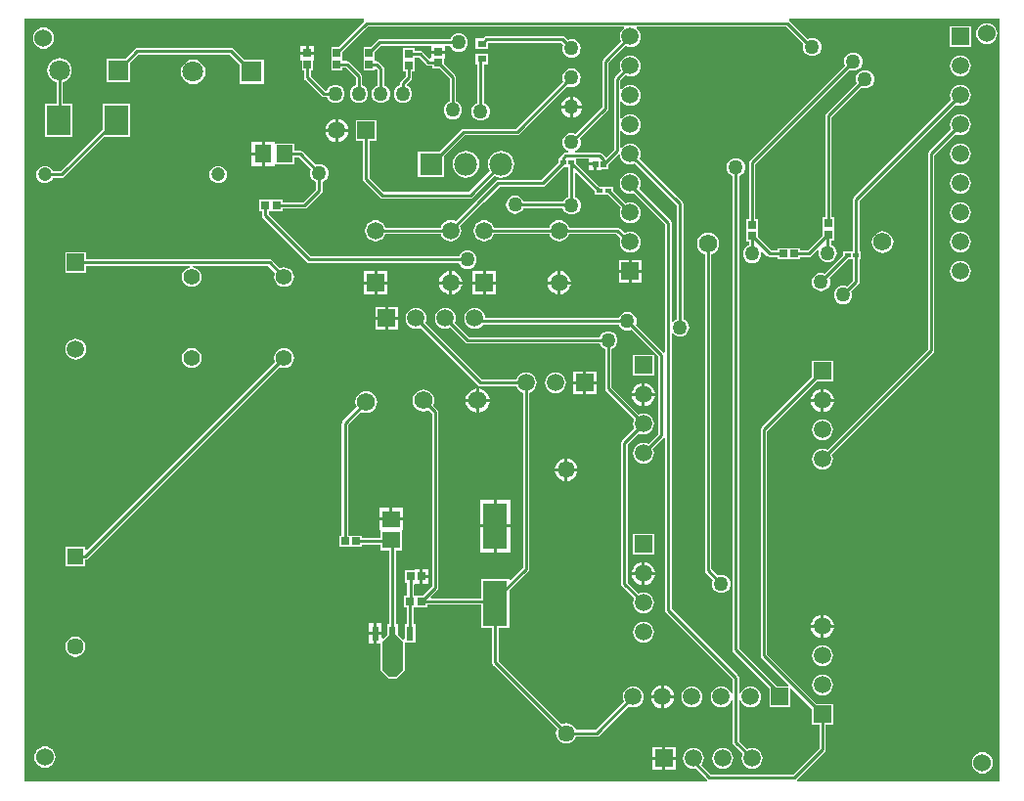
<source format=gbl>
G04*
G04 #@! TF.GenerationSoftware,Altium Limited,Altium Designer,20.0.2 (26)*
G04*
G04 Layer_Physical_Order=2*
G04 Layer_Color=16711680*
%FSLAX25Y25*%
%MOIN*%
G70*
G01*
G75*
%ADD16C,0.01000*%
%ADD26R,0.02717X0.02835*%
%ADD45C,0.06181*%
%ADD52C,0.05709*%
%ADD53R,0.05709X0.05709*%
%ADD60R,0.05906X0.05906*%
%ADD61C,0.05906*%
%ADD62C,0.06000*%
%ADD63R,0.07736X0.07736*%
%ADD64C,0.07736*%
%ADD65R,0.05906X0.05906*%
%ADD66C,0.04996*%
%ADD67C,0.05937*%
%ADD68R,0.05937X0.05937*%
%ADD69C,0.05512*%
%ADD70C,0.04724*%
%ADD71C,0.07087*%
%ADD72R,0.07087X0.07087*%
%ADD73C,0.05000*%
%ADD74R,0.01968X0.01772*%
%ADD75R,0.02648X0.02816*%
%ADD76R,0.05727X0.06127*%
%ADD77R,0.02816X0.02648*%
%ADD78R,0.03150X0.02362*%
%ADD79R,0.02029X0.01860*%
%ADD80R,0.02835X0.02717*%
%ADD81R,0.08071X0.10433*%
%ADD82R,0.06127X0.05727*%
%ADD83R,0.02362X0.05118*%
%ADD84R,0.02362X0.03150*%
%ADD85R,0.08465X0.15748*%
G36*
X432500Y240000D02*
X363334D01*
X363266Y240089D01*
X363292Y240708D01*
X372792Y250208D01*
X373035Y250571D01*
X373120Y251000D01*
Y259449D01*
X375551D01*
Y266551D01*
X370033D01*
X353120Y283464D01*
Y359536D01*
X370033Y376449D01*
X375551D01*
Y383551D01*
X368449D01*
Y378033D01*
X351208Y360792D01*
X350965Y360429D01*
X350880Y360000D01*
Y283000D01*
X350965Y282571D01*
X351208Y282208D01*
X360403Y273013D01*
X360212Y272551D01*
X356533D01*
X343620Y285464D01*
X343620Y404151D01*
Y446610D01*
X344063Y446794D01*
X344710Y447290D01*
X345206Y447937D01*
X345519Y448691D01*
X345625Y449500D01*
X345519Y450309D01*
X345206Y451063D01*
X344710Y451710D01*
X344063Y452207D01*
X343309Y452519D01*
X342500Y452625D01*
X341691Y452519D01*
X340937Y452207D01*
X340290Y451710D01*
X339794Y451063D01*
X339481Y450309D01*
X339375Y449500D01*
X339481Y448691D01*
X339794Y447937D01*
X340290Y447290D01*
X340937Y446794D01*
X341380Y446610D01*
Y404151D01*
X341380Y285000D01*
X341465Y284571D01*
X341708Y284208D01*
X353949Y271967D01*
Y265449D01*
X361051D01*
Y271712D01*
X361513Y271903D01*
X368449Y264967D01*
Y259449D01*
X370880D01*
Y251464D01*
X362036Y242620D01*
X333964D01*
X330786Y245798D01*
X331102Y246209D01*
X331460Y247073D01*
X331582Y248000D01*
X331460Y248927D01*
X331102Y249791D01*
X330533Y250533D01*
X329791Y251102D01*
X328927Y251460D01*
X328000Y251582D01*
X327073Y251460D01*
X326209Y251102D01*
X325467Y250533D01*
X324898Y249791D01*
X324540Y248927D01*
X324418Y248000D01*
X324540Y247073D01*
X324898Y246209D01*
X325467Y245467D01*
X326209Y244898D01*
X327073Y244540D01*
X328000Y244418D01*
X328882Y244534D01*
X332708Y240708D01*
X332734Y240089D01*
X332666Y240000D01*
X100000D01*
Y500000D01*
X215782D01*
X215850Y499911D01*
X215824Y499292D01*
X206923Y490391D01*
X204578D01*
Y486377D01*
Y482609D01*
X208422D01*
Y483496D01*
X209420D01*
X212880Y480036D01*
Y477390D01*
X212437Y477207D01*
X211790Y476710D01*
X211294Y476063D01*
X210981Y475309D01*
X210875Y474500D01*
X210981Y473691D01*
X211294Y472937D01*
X211790Y472290D01*
X212437Y471794D01*
X213191Y471481D01*
X214000Y471375D01*
X214809Y471481D01*
X215563Y471794D01*
X216210Y472290D01*
X216706Y472937D01*
X217019Y473691D01*
X217125Y474500D01*
X217019Y475309D01*
X216706Y476063D01*
X216210Y476710D01*
X215563Y477207D01*
X215120Y477390D01*
Y480500D01*
X215035Y480929D01*
X214792Y481292D01*
X210676Y485408D01*
X210313Y485651D01*
X209884Y485736D01*
X208422D01*
Y488723D01*
X217080Y497380D01*
X304250D01*
X304420Y496880D01*
X303967Y496533D01*
X303398Y495791D01*
X303040Y494927D01*
X302918Y494000D01*
X303040Y493073D01*
X303318Y492402D01*
X297208Y486292D01*
X296965Y485929D01*
X296880Y485500D01*
Y469964D01*
X287752Y460835D01*
X287309Y461019D01*
X286500Y461125D01*
X285691Y461019D01*
X284937Y460707D01*
X284290Y460210D01*
X283794Y459563D01*
X283481Y458809D01*
X283375Y458000D01*
X283481Y457191D01*
X283794Y456437D01*
X284290Y455790D01*
X284937Y455294D01*
X285357Y455120D01*
X285257Y454620D01*
X284500D01*
X284071Y454535D01*
X283708Y454292D01*
X282732Y453315D01*
X282489Y452952D01*
X282404Y452524D01*
Y452484D01*
X281941D01*
Y451001D01*
X276060Y445120D01*
X261437D01*
X261008Y445035D01*
X260645Y444792D01*
X255015Y439162D01*
X246905Y431052D01*
X246226Y431333D01*
X245295Y431456D01*
X244364Y431333D01*
X243496Y430974D01*
X242751Y430402D01*
X242180Y429657D01*
X241898Y428978D01*
X223102D01*
X222820Y429657D01*
X222249Y430402D01*
X221504Y430974D01*
X220636Y431333D01*
X219705Y431456D01*
X218774Y431333D01*
X217906Y430974D01*
X217161Y430402D01*
X216589Y429657D01*
X216230Y428789D01*
X216107Y427858D01*
X216230Y426927D01*
X216589Y426059D01*
X217161Y425314D01*
X217906Y424743D01*
X218774Y424383D01*
X219705Y424261D01*
X220636Y424383D01*
X221504Y424743D01*
X222249Y425314D01*
X222820Y426059D01*
X223102Y426738D01*
X241898D01*
X242180Y426059D01*
X242751Y425314D01*
X243496Y424743D01*
X244364Y424383D01*
X245295Y424261D01*
X246226Y424383D01*
X247094Y424743D01*
X247839Y425314D01*
X248411Y426059D01*
X248770Y426927D01*
X248893Y427858D01*
X248770Y428789D01*
X248489Y429468D01*
X256599Y437578D01*
X256599Y437578D01*
X261901Y442880D01*
X276524D01*
X276952Y442965D01*
X277315Y443208D01*
X283623Y449516D01*
X285356D01*
Y439380D01*
X284937Y439207D01*
X284290Y438710D01*
X283794Y438063D01*
X283714Y437870D01*
X270140D01*
X269956Y438313D01*
X269460Y438960D01*
X268813Y439457D01*
X268059Y439769D01*
X267250Y439875D01*
X266441Y439769D01*
X265687Y439457D01*
X265040Y438960D01*
X264544Y438313D01*
X264231Y437559D01*
X264125Y436750D01*
X264231Y435941D01*
X264544Y435187D01*
X265040Y434540D01*
X265687Y434044D01*
X266441Y433731D01*
X267250Y433625D01*
X268059Y433731D01*
X268813Y434044D01*
X269460Y434540D01*
X269956Y435187D01*
X270140Y435630D01*
X283507D01*
X283794Y434937D01*
X284290Y434290D01*
X284937Y433793D01*
X285691Y433481D01*
X286500Y433375D01*
X287309Y433481D01*
X288063Y433793D01*
X288710Y434290D01*
X289206Y434937D01*
X289519Y435691D01*
X289625Y436500D01*
X289519Y437309D01*
X289206Y438063D01*
X288710Y438710D01*
X288063Y439207D01*
X287596Y439400D01*
Y447615D01*
X288058Y447807D01*
X294465Y441400D01*
Y440016D01*
X298999D01*
X303347Y435668D01*
X303040Y434927D01*
X302918Y434000D01*
X303040Y433073D01*
X303398Y432209D01*
X303967Y431467D01*
X304709Y430898D01*
X305573Y430540D01*
X306500Y430418D01*
X307427Y430540D01*
X308291Y430898D01*
X309033Y431467D01*
X309602Y432209D01*
X309960Y433073D01*
X310082Y434000D01*
X309960Y434927D01*
X309602Y435791D01*
X309033Y436533D01*
X308291Y437102D01*
X307427Y437460D01*
X306500Y437582D01*
X305573Y437460D01*
X304972Y437211D01*
X300583Y441600D01*
Y442984D01*
X296048D01*
X288059Y450974D01*
Y452380D01*
X292505D01*
Y451000D01*
X294519D01*
Y450500D01*
X295019D01*
Y448570D01*
X296534D01*
Y448972D01*
X299113D01*
Y450529D01*
X302434Y453850D01*
X302962Y453671D01*
X303040Y453073D01*
X303398Y452209D01*
X303967Y451467D01*
X304709Y450898D01*
X305573Y450540D01*
X306500Y450418D01*
X307427Y450540D01*
X308062Y450803D01*
X322329Y436536D01*
Y397839D01*
X321886Y397655D01*
X321239Y397159D01*
X321022Y396875D01*
X320521Y397045D01*
Y430598D01*
X320436Y431027D01*
X320194Y431390D01*
X309503Y442080D01*
X309602Y442209D01*
X309960Y443073D01*
X310082Y444000D01*
X309960Y444927D01*
X309602Y445791D01*
X309033Y446533D01*
X308291Y447102D01*
X307427Y447460D01*
X306500Y447582D01*
X305573Y447460D01*
X304709Y447102D01*
X303967Y446533D01*
X303398Y445791D01*
X303040Y444927D01*
X302918Y444000D01*
X303040Y443073D01*
X303398Y442209D01*
X303967Y441467D01*
X304709Y440898D01*
X305573Y440540D01*
X306500Y440418D01*
X307427Y440540D01*
X307745Y440672D01*
X318282Y430134D01*
Y386459D01*
X317826Y386303D01*
X317782Y386302D01*
X308335Y395748D01*
X308519Y396191D01*
X308625Y397000D01*
X308519Y397809D01*
X308206Y398563D01*
X307710Y399210D01*
X307063Y399706D01*
X306309Y400019D01*
X305500Y400125D01*
X304691Y400019D01*
X303937Y399706D01*
X303290Y399210D01*
X302794Y398563D01*
X302610Y398120D01*
X257066D01*
X256960Y398927D01*
X256602Y399791D01*
X256033Y400533D01*
X255291Y401102D01*
X254427Y401460D01*
X253500Y401582D01*
X252573Y401460D01*
X251709Y401102D01*
X250967Y400533D01*
X250398Y399791D01*
X250040Y398927D01*
X249918Y398000D01*
X250040Y397073D01*
X250398Y396209D01*
X250967Y395467D01*
X251709Y394898D01*
X252573Y394540D01*
X253500Y394418D01*
X254427Y394540D01*
X255291Y394898D01*
X256033Y395467D01*
X256349Y395880D01*
X302610D01*
X302794Y395437D01*
X303290Y394790D01*
X303937Y394294D01*
X304691Y393981D01*
X305500Y393875D01*
X306309Y393981D01*
X306751Y394165D01*
X315880Y385036D01*
Y358464D01*
X312598Y355182D01*
X311927Y355460D01*
X311000Y355582D01*
X310073Y355460D01*
X309209Y355102D01*
X308467Y354533D01*
X307898Y353791D01*
X307540Y352927D01*
X307418Y352000D01*
X307540Y351073D01*
X307898Y350209D01*
X308467Y349467D01*
X309209Y348898D01*
X310073Y348540D01*
X311000Y348418D01*
X311927Y348540D01*
X312791Y348898D01*
X313533Y349467D01*
X314102Y350209D01*
X314460Y351073D01*
X314582Y352000D01*
X314460Y352927D01*
X314182Y353598D01*
X317782Y357198D01*
X317826Y357197D01*
X318282Y357041D01*
Y298598D01*
X318367Y298170D01*
X318610Y297807D01*
X341380Y275036D01*
Y270219D01*
X340880Y270119D01*
X340602Y270791D01*
X340033Y271533D01*
X339291Y272102D01*
X338427Y272460D01*
X337500Y272582D01*
X336573Y272460D01*
X335709Y272102D01*
X334967Y271533D01*
X334398Y270791D01*
X334040Y269927D01*
X333918Y269000D01*
X334040Y268073D01*
X334398Y267209D01*
X334967Y266467D01*
X335709Y265898D01*
X336573Y265540D01*
X337500Y265418D01*
X338427Y265540D01*
X339291Y265898D01*
X340033Y266467D01*
X340602Y267209D01*
X340880Y267881D01*
X341380Y267781D01*
Y253500D01*
X341465Y253071D01*
X341708Y252708D01*
X344818Y249598D01*
X344540Y248927D01*
X344418Y248000D01*
X344540Y247073D01*
X344898Y246209D01*
X345467Y245467D01*
X346209Y244898D01*
X347073Y244540D01*
X348000Y244418D01*
X348927Y244540D01*
X349791Y244898D01*
X350533Y245467D01*
X351102Y246209D01*
X351460Y247073D01*
X351582Y248000D01*
X351460Y248927D01*
X351102Y249791D01*
X350533Y250533D01*
X349791Y251102D01*
X348927Y251460D01*
X348000Y251582D01*
X347073Y251460D01*
X346402Y251182D01*
X343620Y253964D01*
Y267781D01*
X344120Y267881D01*
X344398Y267209D01*
X344967Y266467D01*
X345709Y265898D01*
X346573Y265540D01*
X347500Y265418D01*
X348427Y265540D01*
X349291Y265898D01*
X350033Y266467D01*
X350602Y267209D01*
X350960Y268073D01*
X351082Y269000D01*
X350960Y269927D01*
X350602Y270791D01*
X350033Y271533D01*
X349291Y272102D01*
X348427Y272460D01*
X347500Y272582D01*
X346573Y272460D01*
X345709Y272102D01*
X344967Y271533D01*
X344398Y270791D01*
X344120Y270119D01*
X343620Y270219D01*
Y275500D01*
X343535Y275929D01*
X343292Y276292D01*
X320521Y299062D01*
Y392853D01*
X321022Y393022D01*
X321239Y392739D01*
X321886Y392242D01*
X322640Y391930D01*
X323449Y391824D01*
X324258Y391930D01*
X325011Y392242D01*
X325659Y392739D01*
X326155Y393386D01*
X326467Y394140D01*
X326574Y394949D01*
X326467Y395758D01*
X326155Y396511D01*
X325659Y397159D01*
X325011Y397655D01*
X324569Y397839D01*
Y437000D01*
X324483Y437429D01*
X324241Y437792D01*
X309667Y452366D01*
X309960Y453073D01*
X310082Y454000D01*
X309960Y454927D01*
X309602Y455791D01*
X309033Y456533D01*
X308291Y457102D01*
X307427Y457460D01*
X306500Y457582D01*
X305573Y457460D01*
X304709Y457102D01*
X303967Y456533D01*
X303620Y456080D01*
X303120Y456250D01*
Y461750D01*
X303620Y461920D01*
X303967Y461467D01*
X304709Y460898D01*
X305573Y460540D01*
X306500Y460418D01*
X307427Y460540D01*
X308291Y460898D01*
X309033Y461467D01*
X309602Y462209D01*
X309960Y463073D01*
X310082Y464000D01*
X309960Y464927D01*
X309602Y465791D01*
X309033Y466533D01*
X308291Y467102D01*
X307427Y467460D01*
X306500Y467582D01*
X305573Y467460D01*
X304709Y467102D01*
X303967Y466533D01*
X303620Y466080D01*
X303120Y466250D01*
Y471750D01*
X303620Y471920D01*
X303967Y471467D01*
X304709Y470898D01*
X305573Y470540D01*
X306500Y470418D01*
X307427Y470540D01*
X308291Y470898D01*
X309033Y471467D01*
X309602Y472209D01*
X309960Y473073D01*
X310082Y474000D01*
X309960Y474927D01*
X309602Y475791D01*
X309033Y476533D01*
X308291Y477102D01*
X307427Y477460D01*
X306500Y477582D01*
X305573Y477460D01*
X304709Y477102D01*
X303967Y476533D01*
X303620Y476080D01*
X303120Y476250D01*
Y479036D01*
X304902Y480818D01*
X305573Y480540D01*
X306500Y480418D01*
X307427Y480540D01*
X308291Y480898D01*
X309033Y481467D01*
X309602Y482209D01*
X309960Y483073D01*
X310082Y484000D01*
X309960Y484927D01*
X309602Y485791D01*
X309033Y486533D01*
X308291Y487102D01*
X307427Y487460D01*
X306500Y487582D01*
X305573Y487460D01*
X304709Y487102D01*
X303967Y486533D01*
X303398Y485791D01*
X303040Y484927D01*
X302918Y484000D01*
X303040Y483073D01*
X303318Y482402D01*
X301208Y480292D01*
X300965Y479929D01*
X300880Y479500D01*
Y455464D01*
X298250Y452834D01*
X296792Y454292D01*
X296429Y454535D01*
X296000Y454620D01*
X287743D01*
X287643Y455120D01*
X288063Y455294D01*
X288710Y455790D01*
X289206Y456437D01*
X289519Y457191D01*
X289625Y458000D01*
X289519Y458809D01*
X289335Y459251D01*
X298792Y468708D01*
X299035Y469071D01*
X299120Y469500D01*
Y485036D01*
X304902Y490818D01*
X305573Y490540D01*
X306500Y490418D01*
X307427Y490540D01*
X308291Y490898D01*
X309033Y491467D01*
X309602Y492209D01*
X309960Y493073D01*
X310082Y494000D01*
X309960Y494927D01*
X309602Y495791D01*
X309033Y496533D01*
X308580Y496880D01*
X308750Y497380D01*
X359536D01*
X365518Y491398D01*
X365481Y491309D01*
X365375Y490500D01*
X365481Y489691D01*
X365794Y488937D01*
X366290Y488290D01*
X366937Y487793D01*
X367691Y487481D01*
X368500Y487375D01*
X369309Y487481D01*
X370063Y487793D01*
X370710Y488290D01*
X371206Y488937D01*
X371519Y489691D01*
X371625Y490500D01*
X371519Y491309D01*
X371206Y492063D01*
X370710Y492710D01*
X370063Y493207D01*
X369309Y493519D01*
X368500Y493625D01*
X367691Y493519D01*
X366937Y493207D01*
X366903Y493180D01*
X360792Y499292D01*
X360766Y499911D01*
X360834Y500000D01*
X432500D01*
Y240000D01*
D02*
G37*
%LPC*%
G36*
X428000Y498629D02*
X427061Y498506D01*
X426185Y498143D01*
X425434Y497566D01*
X424857Y496815D01*
X424494Y495939D01*
X424371Y495000D01*
X424494Y494061D01*
X424857Y493185D01*
X425434Y492434D01*
X426185Y491857D01*
X427061Y491494D01*
X428000Y491371D01*
X428939Y491494D01*
X429815Y491857D01*
X430566Y492434D01*
X431143Y493185D01*
X431506Y494061D01*
X431629Y495000D01*
X431506Y495939D01*
X431143Y496815D01*
X430566Y497566D01*
X429815Y498143D01*
X428939Y498506D01*
X428000Y498629D01*
D02*
G37*
G36*
X422551Y497551D02*
X415449D01*
Y490449D01*
X422551D01*
Y497551D01*
D02*
G37*
G36*
X106500Y497129D02*
X105561Y497006D01*
X104685Y496643D01*
X103934Y496066D01*
X103357Y495315D01*
X102994Y494439D01*
X102871Y493500D01*
X102994Y492561D01*
X103357Y491685D01*
X103934Y490934D01*
X104685Y490357D01*
X105561Y489994D01*
X106500Y489871D01*
X107439Y489994D01*
X108315Y490357D01*
X109066Y490934D01*
X109643Y491685D01*
X110006Y492561D01*
X110129Y493500D01*
X110006Y494439D01*
X109643Y495315D01*
X109066Y496066D01*
X108315Y496643D01*
X107439Y497006D01*
X106500Y497129D01*
D02*
G37*
G36*
X198824Y490792D02*
X197000D01*
Y488884D01*
X198824D01*
Y490792D01*
D02*
G37*
G36*
X196000D02*
X194176D01*
Y488884D01*
X196000D01*
Y490792D01*
D02*
G37*
G36*
X248000Y495125D02*
X247191Y495019D01*
X246437Y494706D01*
X245790Y494210D01*
X245294Y493563D01*
X245110Y493120D01*
X221116D01*
X220687Y493035D01*
X220324Y492792D01*
X217923Y490391D01*
X215578D01*
Y486377D01*
Y482609D01*
X219422D01*
Y482841D01*
X219884Y483032D01*
X220380Y482536D01*
Y477390D01*
X219937Y477207D01*
X219290Y476710D01*
X218794Y476063D01*
X218481Y475309D01*
X218375Y474500D01*
X218481Y473691D01*
X218794Y472937D01*
X219290Y472290D01*
X219937Y471794D01*
X220691Y471481D01*
X221500Y471375D01*
X222309Y471481D01*
X223063Y471794D01*
X223710Y472290D01*
X224206Y472937D01*
X224519Y473691D01*
X224625Y474500D01*
X224519Y475309D01*
X224206Y476063D01*
X223710Y476710D01*
X223063Y477207D01*
X222620Y477390D01*
Y483000D01*
X222535Y483429D01*
X222292Y483792D01*
X220676Y485408D01*
X220313Y485651D01*
X219884Y485736D01*
X219422D01*
Y488723D01*
X221580Y490880D01*
X238583D01*
Y489311D01*
X241000D01*
X243417D01*
Y490880D01*
X245110D01*
X245294Y490437D01*
X245790Y489790D01*
X246437Y489293D01*
X247191Y488981D01*
X248000Y488875D01*
X248809Y488981D01*
X249563Y489293D01*
X250210Y489790D01*
X250706Y490437D01*
X251019Y491191D01*
X251125Y492000D01*
X251019Y492809D01*
X250706Y493563D01*
X250210Y494210D01*
X249563Y494706D01*
X248809Y495019D01*
X248000Y495125D01*
D02*
G37*
G36*
X283500Y494120D02*
X257441D01*
X257012Y494035D01*
X256649Y493792D01*
X256196Y493339D01*
X253827D01*
Y489780D01*
X258173D01*
Y491880D01*
X283036D01*
X283666Y491250D01*
X283483Y490808D01*
X283377Y490000D01*
X283483Y489192D01*
X283795Y488438D01*
X284292Y487792D01*
X284938Y487295D01*
X285692Y486983D01*
X286500Y486877D01*
X287308Y486983D01*
X288062Y487295D01*
X288708Y487792D01*
X289205Y488438D01*
X289517Y489192D01*
X289623Y490000D01*
X289517Y490808D01*
X289205Y491562D01*
X288708Y492208D01*
X288062Y492705D01*
X287308Y493017D01*
X286500Y493123D01*
X285692Y493017D01*
X285250Y492834D01*
X284292Y493792D01*
X283929Y494035D01*
X283500Y494120D01*
D02*
G37*
G36*
X382500Y488625D02*
X381691Y488519D01*
X380937Y488206D01*
X380290Y487710D01*
X379794Y487063D01*
X379481Y486309D01*
X379375Y485500D01*
X379481Y484691D01*
X379665Y484248D01*
X347208Y451792D01*
X346965Y451429D01*
X346880Y451000D01*
Y431891D01*
X346078D01*
Y427878D01*
Y424109D01*
X346880D01*
Y422890D01*
X346437Y422707D01*
X345790Y422210D01*
X345294Y421563D01*
X344981Y420809D01*
X344875Y420000D01*
X344981Y419191D01*
X345294Y418437D01*
X345790Y417790D01*
X346437Y417294D01*
X347191Y416981D01*
X348000Y416875D01*
X348809Y416981D01*
X349563Y417294D01*
X350210Y417790D01*
X350706Y418437D01*
X351019Y419191D01*
X351125Y420000D01*
X351032Y420709D01*
X351282Y420899D01*
X351481Y420967D01*
X353124Y419324D01*
X353487Y419081D01*
X353916Y418996D01*
X356725D01*
Y418078D01*
X364507D01*
Y418880D01*
X367384D01*
X367813Y418965D01*
X368176Y419208D01*
X370306Y421338D01*
X370731Y421059D01*
X370625Y420250D01*
X370731Y419441D01*
X371044Y418687D01*
X371540Y418040D01*
X372187Y417544D01*
X372941Y417231D01*
X373750Y417125D01*
X374559Y417231D01*
X375313Y417544D01*
X375960Y418040D01*
X376456Y418687D01*
X376769Y419441D01*
X376875Y420250D01*
X376769Y421059D01*
X376456Y421813D01*
X375960Y422460D01*
X375313Y422957D01*
X374870Y423140D01*
Y424609D01*
X375922D01*
Y428377D01*
Y432391D01*
X375120D01*
Y466536D01*
X385248Y476665D01*
X385691Y476481D01*
X386500Y476375D01*
X387309Y476481D01*
X388063Y476793D01*
X388710Y477290D01*
X389206Y477937D01*
X389519Y478691D01*
X389625Y479500D01*
X389519Y480309D01*
X389206Y481063D01*
X388710Y481710D01*
X388063Y482206D01*
X387309Y482519D01*
X386500Y482625D01*
X385691Y482519D01*
X384937Y482206D01*
X384290Y481710D01*
X383794Y481063D01*
X383481Y480309D01*
X383375Y479500D01*
X383481Y478691D01*
X383665Y478249D01*
X373208Y467792D01*
X372965Y467429D01*
X372880Y467000D01*
Y432391D01*
X372078D01*
Y428377D01*
Y426277D01*
X366920Y421120D01*
X364507D01*
Y421922D01*
X356725D01*
Y421236D01*
X354380D01*
X349922Y425693D01*
Y427878D01*
Y431891D01*
X349120D01*
Y450536D01*
X381248Y482665D01*
X381691Y482481D01*
X382500Y482375D01*
X383309Y482481D01*
X384063Y482794D01*
X384710Y483290D01*
X385206Y483937D01*
X385519Y484691D01*
X385625Y485500D01*
X385519Y486309D01*
X385206Y487063D01*
X384710Y487710D01*
X384063Y488206D01*
X383309Y488519D01*
X382500Y488625D01*
D02*
G37*
G36*
X419000Y487582D02*
X418073Y487460D01*
X417209Y487102D01*
X416467Y486533D01*
X415898Y485791D01*
X415540Y484927D01*
X415418Y484000D01*
X415540Y483073D01*
X415898Y482209D01*
X416467Y481467D01*
X417209Y480898D01*
X418073Y480540D01*
X419000Y480418D01*
X419927Y480540D01*
X420791Y480898D01*
X421533Y481467D01*
X422102Y482209D01*
X422460Y483073D01*
X422582Y484000D01*
X422460Y484927D01*
X422102Y485791D01*
X421533Y486533D01*
X420791Y487102D01*
X419927Y487460D01*
X419000Y487582D01*
D02*
G37*
G36*
X170500Y490120D02*
X138500D01*
X138071Y490035D01*
X137708Y489792D01*
X134558Y486642D01*
X127858D01*
Y478358D01*
X136142D01*
Y485058D01*
X138964Y487880D01*
X170036D01*
X173358Y484558D01*
Y477858D01*
X181642D01*
Y486142D01*
X174942D01*
X171292Y489792D01*
X170929Y490035D01*
X170500Y490120D01*
D02*
G37*
G36*
X157500Y486177D02*
X156419Y486035D01*
X155411Y485618D01*
X154546Y484954D01*
X153882Y484089D01*
X153465Y483081D01*
X153323Y482000D01*
X153465Y480919D01*
X153882Y479911D01*
X154546Y479046D01*
X155411Y478382D01*
X156419Y477965D01*
X157500Y477823D01*
X158581Y477965D01*
X159589Y478382D01*
X160454Y479046D01*
X161118Y479911D01*
X161535Y480919D01*
X161677Y482000D01*
X161535Y483081D01*
X161118Y484089D01*
X160454Y484954D01*
X159589Y485618D01*
X158581Y486035D01*
X157500Y486177D01*
D02*
G37*
G36*
X286500Y483123D02*
X285692Y483017D01*
X284938Y482705D01*
X284292Y482208D01*
X283795Y481562D01*
X283483Y480808D01*
X283377Y480000D01*
X283483Y479192D01*
X283666Y478750D01*
X267536Y462620D01*
X249532D01*
X249103Y462535D01*
X248740Y462292D01*
X241414Y454966D01*
X234065D01*
Y446033D01*
X242998D01*
Y453383D01*
X249995Y460380D01*
X268000D01*
X268429Y460465D01*
X268792Y460708D01*
X285250Y477166D01*
X285692Y476983D01*
X286500Y476877D01*
X287308Y476983D01*
X288062Y477295D01*
X288708Y477792D01*
X289205Y478438D01*
X289517Y479192D01*
X289623Y480000D01*
X289517Y480808D01*
X289205Y481562D01*
X288708Y482208D01*
X288062Y482705D01*
X287308Y483017D01*
X286500Y483123D01*
D02*
G37*
G36*
X198824Y487884D02*
X196500D01*
X194176D01*
Y485976D01*
X194578D01*
Y482609D01*
X195380D01*
Y480000D01*
X195465Y479571D01*
X195708Y479208D01*
X201208Y473708D01*
X201571Y473465D01*
X202000Y473380D01*
X203110D01*
X203294Y472937D01*
X203790Y472290D01*
X204437Y471794D01*
X205191Y471481D01*
X206000Y471375D01*
X206809Y471481D01*
X207563Y471794D01*
X208210Y472290D01*
X208706Y472937D01*
X209019Y473691D01*
X209125Y474500D01*
X209019Y475309D01*
X208706Y476063D01*
X208210Y476710D01*
X207563Y477207D01*
X206809Y477519D01*
X206000Y477625D01*
X205191Y477519D01*
X204437Y477207D01*
X203790Y476710D01*
X203294Y476063D01*
X203110Y475620D01*
X202464D01*
X197620Y480464D01*
Y482609D01*
X198422D01*
Y485976D01*
X198824D01*
Y487884D01*
D02*
G37*
G36*
X287000Y473462D02*
Y470500D01*
X289962D01*
X289908Y470913D01*
X289556Y471764D01*
X288995Y472495D01*
X288264Y473056D01*
X287413Y473408D01*
X287000Y473462D01*
D02*
G37*
G36*
X286000D02*
X285587Y473408D01*
X284736Y473056D01*
X284005Y472495D01*
X283444Y471764D01*
X283092Y470913D01*
X283038Y470500D01*
X286000D01*
Y473462D01*
D02*
G37*
G36*
X419000Y477582D02*
X418073Y477460D01*
X417209Y477102D01*
X416467Y476533D01*
X415898Y475791D01*
X415540Y474927D01*
X415418Y474000D01*
X415540Y473073D01*
X415818Y472402D01*
X382708Y439292D01*
X382465Y438929D01*
X382380Y438500D01*
Y420984D01*
X378965D01*
Y419600D01*
X372659Y413294D01*
X372309Y413438D01*
X371500Y413545D01*
X370691Y413438D01*
X369937Y413126D01*
X369290Y412630D01*
X368794Y411982D01*
X368481Y411229D01*
X368375Y410420D01*
X368481Y409611D01*
X368794Y408857D01*
X369290Y408210D01*
X369937Y407713D01*
X370691Y407401D01*
X371500Y407295D01*
X372309Y407401D01*
X373063Y407713D01*
X373710Y408210D01*
X374206Y408857D01*
X374519Y409611D01*
X374625Y410420D01*
X374519Y411229D01*
X374297Y411764D01*
X380548Y418016D01*
X382380D01*
Y410964D01*
X380252Y408835D01*
X379809Y409019D01*
X379000Y409125D01*
X378191Y409019D01*
X377437Y408706D01*
X376790Y408210D01*
X376294Y407563D01*
X375981Y406809D01*
X375875Y406000D01*
X375981Y405191D01*
X376294Y404437D01*
X376790Y403790D01*
X377437Y403294D01*
X378191Y402981D01*
X379000Y402875D01*
X379809Y402981D01*
X380563Y403294D01*
X381210Y403790D01*
X381706Y404437D01*
X382019Y405191D01*
X382125Y406000D01*
X382019Y406809D01*
X381835Y407252D01*
X384292Y409708D01*
X384535Y410071D01*
X384620Y410500D01*
Y418016D01*
X385083D01*
Y420984D01*
X384620D01*
Y438036D01*
X417402Y470818D01*
X418073Y470540D01*
X419000Y470418D01*
X419927Y470540D01*
X420791Y470898D01*
X421533Y471467D01*
X422102Y472209D01*
X422460Y473073D01*
X422582Y474000D01*
X422460Y474927D01*
X422102Y475791D01*
X421533Y476533D01*
X420791Y477102D01*
X419927Y477460D01*
X419000Y477582D01*
D02*
G37*
G36*
X289962Y469500D02*
X287000D01*
Y466538D01*
X287413Y466592D01*
X288264Y466945D01*
X288995Y467505D01*
X289556Y468236D01*
X289908Y469087D01*
X289962Y469500D01*
D02*
G37*
G36*
X286000D02*
X283038D01*
X283092Y469087D01*
X283444Y468236D01*
X284005Y467505D01*
X284736Y466945D01*
X285587Y466592D01*
X286000Y466538D01*
Y469500D01*
D02*
G37*
G36*
X232922Y490007D02*
X229078D01*
Y485993D01*
Y482225D01*
X229880D01*
Y480464D01*
X228208Y478792D01*
X227965Y478429D01*
X227880Y478000D01*
Y477390D01*
X227437Y477207D01*
X226790Y476710D01*
X226294Y476063D01*
X225981Y475309D01*
X225875Y474500D01*
X225981Y473691D01*
X226294Y472937D01*
X226790Y472290D01*
X227437Y471794D01*
X228191Y471481D01*
X229000Y471375D01*
X229809Y471481D01*
X230563Y471794D01*
X231210Y472290D01*
X231706Y472937D01*
X232019Y473691D01*
X232125Y474500D01*
X232019Y475309D01*
X231706Y476063D01*
X231210Y476710D01*
X230563Y477207D01*
X230517Y477226D01*
X230399Y477815D01*
X231792Y479208D01*
X232035Y479571D01*
X232120Y480000D01*
Y482225D01*
X232922D01*
Y486880D01*
X234536D01*
X237019Y484397D01*
X237382Y484154D01*
X237811Y484069D01*
X238984D01*
Y483232D01*
X241373D01*
X244880Y479725D01*
Y471890D01*
X244437Y471706D01*
X243790Y471210D01*
X243294Y470563D01*
X242981Y469809D01*
X242875Y469000D01*
X242981Y468191D01*
X243294Y467437D01*
X243790Y466790D01*
X244437Y466293D01*
X245191Y465981D01*
X246000Y465875D01*
X246809Y465981D01*
X247563Y466293D01*
X248210Y466790D01*
X248706Y467437D01*
X249019Y468191D01*
X249125Y469000D01*
X249019Y469809D01*
X248706Y470563D01*
X248210Y471210D01*
X247563Y471706D01*
X247120Y471890D01*
Y480189D01*
X247035Y480618D01*
X246792Y480981D01*
X243016Y484757D01*
Y486453D01*
X243417D01*
Y488311D01*
X241000D01*
X238583D01*
Y486708D01*
X238083Y486501D01*
X235792Y488792D01*
X235429Y489035D01*
X235000Y489120D01*
X232922D01*
Y490007D01*
D02*
G37*
G36*
X258173Y488220D02*
X253827D01*
Y484661D01*
X254380D01*
Y471390D01*
X253937Y471207D01*
X253290Y470710D01*
X252794Y470063D01*
X252481Y469309D01*
X252375Y468500D01*
X252481Y467691D01*
X252794Y466937D01*
X253290Y466290D01*
X253937Y465794D01*
X254691Y465481D01*
X255500Y465375D01*
X256309Y465481D01*
X257063Y465794D01*
X257710Y466290D01*
X258206Y466937D01*
X258519Y467691D01*
X258625Y468500D01*
X258519Y469309D01*
X258206Y470063D01*
X257710Y470710D01*
X257063Y471207D01*
X256620Y471390D01*
Y484661D01*
X258173D01*
Y488220D01*
D02*
G37*
G36*
X207000Y465921D02*
Y462500D01*
X210421D01*
X210351Y463032D01*
X209953Y463993D01*
X209319Y464819D01*
X208493Y465453D01*
X207532Y465851D01*
X207000Y465921D01*
D02*
G37*
G36*
X206000D02*
X205468Y465851D01*
X204507Y465453D01*
X203681Y464819D01*
X203047Y463993D01*
X202649Y463032D01*
X202579Y462500D01*
X206000D01*
Y465921D01*
D02*
G37*
G36*
X419000Y467582D02*
X418073Y467460D01*
X417209Y467102D01*
X416467Y466533D01*
X415898Y465791D01*
X415540Y464927D01*
X415418Y464000D01*
X415540Y463073D01*
X415818Y462402D01*
X408208Y454792D01*
X407965Y454429D01*
X407880Y454000D01*
Y387464D01*
X373598Y353182D01*
X372927Y353460D01*
X372000Y353582D01*
X371073Y353460D01*
X370209Y353102D01*
X369467Y352533D01*
X368898Y351791D01*
X368540Y350927D01*
X368418Y350000D01*
X368540Y349073D01*
X368898Y348209D01*
X369467Y347467D01*
X370209Y346898D01*
X371073Y346540D01*
X372000Y346418D01*
X372927Y346540D01*
X373791Y346898D01*
X374533Y347467D01*
X375102Y348209D01*
X375460Y349073D01*
X375582Y350000D01*
X375460Y350927D01*
X375182Y351598D01*
X409792Y386208D01*
X410035Y386571D01*
X410120Y387000D01*
Y453536D01*
X417402Y460818D01*
X418073Y460540D01*
X419000Y460418D01*
X419927Y460540D01*
X420791Y460898D01*
X421533Y461467D01*
X422102Y462209D01*
X422460Y463073D01*
X422582Y464000D01*
X422460Y464927D01*
X422102Y465791D01*
X421533Y466533D01*
X420791Y467102D01*
X419927Y467460D01*
X419000Y467582D01*
D02*
G37*
G36*
X112000Y486677D02*
X110919Y486535D01*
X109911Y486118D01*
X109046Y485454D01*
X108382Y484589D01*
X107965Y483581D01*
X107823Y482500D01*
X107965Y481419D01*
X108382Y480411D01*
X109046Y479546D01*
X109911Y478882D01*
X110880Y478481D01*
Y471315D01*
X107122D01*
Y459685D01*
X116390D01*
Y471315D01*
X113120D01*
Y478481D01*
X114089Y478882D01*
X114954Y479546D01*
X115618Y480411D01*
X116035Y481419D01*
X116177Y482500D01*
X116035Y483581D01*
X115618Y484589D01*
X114954Y485454D01*
X114089Y486118D01*
X113081Y486535D01*
X112000Y486677D01*
D02*
G37*
G36*
X210421Y461500D02*
X207000D01*
Y458079D01*
X207532Y458149D01*
X208493Y458547D01*
X209319Y459181D01*
X209953Y460007D01*
X210351Y460968D01*
X210421Y461500D01*
D02*
G37*
G36*
X206000D02*
X202579D01*
X202649Y460968D01*
X203047Y460007D01*
X203681Y459181D01*
X204507Y458547D01*
X205468Y458149D01*
X206000Y458079D01*
Y461500D01*
D02*
G37*
G36*
X180855Y458063D02*
X177492D01*
Y454500D01*
X180855D01*
Y458063D01*
D02*
G37*
G36*
X419000Y457582D02*
X418073Y457460D01*
X417209Y457102D01*
X416467Y456533D01*
X415898Y455791D01*
X415540Y454927D01*
X415418Y454000D01*
X415540Y453073D01*
X415898Y452209D01*
X416467Y451467D01*
X417209Y450898D01*
X418073Y450540D01*
X419000Y450418D01*
X419927Y450540D01*
X420791Y450898D01*
X421533Y451467D01*
X422102Y452209D01*
X422460Y453073D01*
X422582Y454000D01*
X422460Y454927D01*
X422102Y455791D01*
X421533Y456533D01*
X420791Y457102D01*
X419927Y457460D01*
X419000Y457582D01*
D02*
G37*
G36*
X180855Y453500D02*
X177492D01*
Y449937D01*
X180855D01*
Y453500D01*
D02*
G37*
G36*
X294019Y450000D02*
X292505D01*
Y448570D01*
X294019D01*
Y450000D01*
D02*
G37*
G36*
X135878Y471315D02*
X126610D01*
Y462450D01*
X112280Y448120D01*
X109741D01*
X109586Y448493D01*
X109111Y449112D01*
X108493Y449586D01*
X107773Y449884D01*
X107000Y449986D01*
X106227Y449884D01*
X105507Y449586D01*
X104888Y449112D01*
X104414Y448493D01*
X104116Y447773D01*
X104014Y447000D01*
X104116Y446227D01*
X104414Y445507D01*
X104888Y444888D01*
X105507Y444414D01*
X106227Y444116D01*
X107000Y444014D01*
X107773Y444116D01*
X108493Y444414D01*
X109111Y444888D01*
X109586Y445507D01*
X109741Y445880D01*
X112744D01*
X113173Y445965D01*
X113536Y446208D01*
X127013Y459685D01*
X135878D01*
Y471315D01*
D02*
G37*
G36*
X220051Y465551D02*
X212949D01*
Y458449D01*
X215380D01*
Y445469D01*
X215465Y445040D01*
X215708Y444677D01*
X221208Y439177D01*
X221571Y438934D01*
X222000Y438849D01*
X251937D01*
X252366Y438934D01*
X252729Y439177D01*
X260179Y446627D01*
X260216Y446598D01*
X261302Y446148D01*
X262469Y445995D01*
X263634Y446148D01*
X264721Y446598D01*
X265654Y447315D01*
X266370Y448247D01*
X266820Y449334D01*
X266974Y450500D01*
X266820Y451666D01*
X266370Y452752D01*
X265654Y453686D01*
X264721Y454401D01*
X263634Y454851D01*
X262469Y455005D01*
X261302Y454851D01*
X260216Y454401D01*
X259283Y453686D01*
X258567Y452752D01*
X258117Y451666D01*
X257963Y450500D01*
X258117Y449334D01*
X258567Y448247D01*
X258595Y448211D01*
X251473Y441088D01*
X222464D01*
X217620Y445932D01*
Y458449D01*
X220051D01*
Y465551D01*
D02*
G37*
G36*
X250500Y455005D02*
X249334Y454851D01*
X248248Y454401D01*
X247314Y453686D01*
X246599Y452752D01*
X246148Y451666D01*
X245995Y450500D01*
X246148Y449334D01*
X246599Y448247D01*
X247314Y447315D01*
X248248Y446598D01*
X249334Y446148D01*
X250500Y445995D01*
X251666Y446148D01*
X252752Y446598D01*
X253686Y447315D01*
X254401Y448247D01*
X254852Y449334D01*
X255005Y450500D01*
X254852Y451666D01*
X254401Y452752D01*
X253686Y453686D01*
X252752Y454401D01*
X251666Y454851D01*
X250500Y455005D01*
D02*
G37*
G36*
X166055Y449986D02*
X165282Y449884D01*
X164562Y449586D01*
X163944Y449112D01*
X163469Y448493D01*
X163171Y447773D01*
X163069Y447000D01*
X163171Y446227D01*
X163469Y445507D01*
X163944Y444888D01*
X164562Y444414D01*
X165282Y444116D01*
X166055Y444014D01*
X166828Y444116D01*
X167548Y444414D01*
X168167Y444888D01*
X168641Y445507D01*
X168939Y446227D01*
X169041Y447000D01*
X168939Y447773D01*
X168641Y448493D01*
X168167Y449112D01*
X167548Y449586D01*
X166828Y449884D01*
X166055Y449986D01*
D02*
G37*
G36*
X419000Y447582D02*
X418073Y447460D01*
X417209Y447102D01*
X416467Y446533D01*
X415898Y445791D01*
X415540Y444927D01*
X415418Y444000D01*
X415540Y443073D01*
X415898Y442209D01*
X416467Y441467D01*
X417209Y440898D01*
X418073Y440540D01*
X419000Y440418D01*
X419927Y440540D01*
X420791Y440898D01*
X421533Y441467D01*
X422102Y442209D01*
X422460Y443073D01*
X422582Y444000D01*
X422460Y444927D01*
X422102Y445791D01*
X421533Y446533D01*
X420791Y447102D01*
X419927Y447460D01*
X419000Y447582D01*
D02*
G37*
G36*
X185219Y458063D02*
X181855D01*
Y454000D01*
Y449937D01*
X185219D01*
Y450338D01*
X192107D01*
Y452880D01*
X193536D01*
X197665Y448751D01*
X197481Y448309D01*
X197375Y447500D01*
X197481Y446691D01*
X197794Y445937D01*
X198290Y445290D01*
X198937Y444794D01*
X199380Y444610D01*
Y441964D01*
X195036Y437620D01*
X187891D01*
Y438422D01*
X180109D01*
Y434578D01*
X180996D01*
Y433061D01*
X181081Y432632D01*
X181324Y432269D01*
X196385Y417208D01*
X196748Y416965D01*
X197177Y416880D01*
X248110D01*
X248294Y416437D01*
X248790Y415790D01*
X249437Y415294D01*
X250191Y414981D01*
X251000Y414875D01*
X251809Y414981D01*
X252563Y415294D01*
X253210Y415790D01*
X253706Y416437D01*
X254019Y417191D01*
X254125Y418000D01*
X254019Y418809D01*
X253706Y419563D01*
X253210Y420210D01*
X252563Y420707D01*
X251809Y421019D01*
X251000Y421125D01*
X250191Y421019D01*
X249437Y420707D01*
X248790Y420210D01*
X248294Y419563D01*
X248110Y419120D01*
X197641D01*
X183236Y433525D01*
Y434578D01*
X187891D01*
Y435380D01*
X195500D01*
X195929Y435465D01*
X196292Y435708D01*
X201292Y440708D01*
X201535Y441071D01*
X201620Y441500D01*
Y444610D01*
X202063Y444794D01*
X202710Y445290D01*
X203206Y445937D01*
X203519Y446691D01*
X203625Y447500D01*
X203519Y448309D01*
X203206Y449063D01*
X202710Y449710D01*
X202063Y450207D01*
X201309Y450519D01*
X200500Y450625D01*
X199691Y450519D01*
X199249Y450335D01*
X194792Y454792D01*
X194429Y455035D01*
X194000Y455120D01*
X192107D01*
Y457662D01*
X185219D01*
Y458063D01*
D02*
G37*
G36*
X419000Y437582D02*
X418073Y437460D01*
X417209Y437102D01*
X416467Y436533D01*
X415898Y435791D01*
X415540Y434927D01*
X415418Y434000D01*
X415540Y433073D01*
X415898Y432209D01*
X416467Y431467D01*
X417209Y430898D01*
X418073Y430540D01*
X419000Y430418D01*
X419927Y430540D01*
X420791Y430898D01*
X421533Y431467D01*
X422102Y432209D01*
X422460Y433073D01*
X422582Y434000D01*
X422460Y434927D01*
X422102Y435791D01*
X421533Y436533D01*
X420791Y437102D01*
X419927Y437460D01*
X419000Y437582D01*
D02*
G37*
G36*
X282295Y431456D02*
X281364Y431333D01*
X280496Y430974D01*
X279751Y430402D01*
X279180Y429657D01*
X278898Y428978D01*
X260102D01*
X259820Y429657D01*
X259249Y430402D01*
X258504Y430974D01*
X257636Y431333D01*
X256705Y431456D01*
X255774Y431333D01*
X254906Y430974D01*
X254161Y430402D01*
X253589Y429657D01*
X253230Y428789D01*
X253107Y427858D01*
X253230Y426927D01*
X253589Y426059D01*
X254161Y425314D01*
X254906Y424743D01*
X255774Y424383D01*
X256705Y424261D01*
X257636Y424383D01*
X258504Y424743D01*
X259249Y425314D01*
X259820Y426059D01*
X260102Y426738D01*
X278898D01*
X279180Y426059D01*
X279751Y425314D01*
X280496Y424743D01*
X281364Y424383D01*
X282295Y424261D01*
X283226Y424383D01*
X284094Y424743D01*
X284839Y425314D01*
X285411Y426059D01*
X285692Y426738D01*
X301678D01*
X303172Y425245D01*
X303040Y424927D01*
X302918Y424000D01*
X303040Y423073D01*
X303398Y422209D01*
X303967Y421467D01*
X304709Y420898D01*
X305573Y420540D01*
X306500Y420418D01*
X307427Y420540D01*
X308291Y420898D01*
X309033Y421467D01*
X309602Y422209D01*
X309960Y423073D01*
X310082Y424000D01*
X309960Y424927D01*
X309602Y425791D01*
X309033Y426533D01*
X308291Y427102D01*
X307427Y427460D01*
X306500Y427582D01*
X305573Y427460D01*
X304709Y427102D01*
X304580Y427003D01*
X302934Y428650D01*
X302570Y428893D01*
X302142Y428978D01*
X285692D01*
X285411Y429657D01*
X284839Y430402D01*
X284094Y430974D01*
X283226Y431333D01*
X282295Y431456D01*
D02*
G37*
G36*
X419000Y427582D02*
X418073Y427460D01*
X417209Y427102D01*
X416467Y426533D01*
X415898Y425791D01*
X415540Y424927D01*
X415418Y424000D01*
X415540Y423073D01*
X415898Y422209D01*
X416467Y421467D01*
X417209Y420898D01*
X418073Y420540D01*
X419000Y420418D01*
X419927Y420540D01*
X420791Y420898D01*
X421533Y421467D01*
X422102Y422209D01*
X422460Y423073D01*
X422582Y424000D01*
X422460Y424927D01*
X422102Y425791D01*
X421533Y426533D01*
X420791Y427102D01*
X419927Y427460D01*
X419000Y427582D01*
D02*
G37*
G36*
X392500Y427721D02*
X391537Y427594D01*
X390640Y427222D01*
X389869Y426631D01*
X389278Y425860D01*
X388906Y424963D01*
X388779Y424000D01*
X388906Y423037D01*
X389278Y422140D01*
X389869Y421369D01*
X390640Y420778D01*
X391537Y420406D01*
X392500Y420279D01*
X393463Y420406D01*
X394360Y420778D01*
X395131Y421369D01*
X395722Y422140D01*
X396094Y423037D01*
X396221Y424000D01*
X396094Y424963D01*
X395722Y425860D01*
X395131Y426631D01*
X394360Y427222D01*
X393463Y427594D01*
X392500Y427721D01*
D02*
G37*
G36*
X310453Y417953D02*
X307000D01*
Y414500D01*
X310453D01*
Y417953D01*
D02*
G37*
G36*
X306000D02*
X302547D01*
Y414500D01*
X306000D01*
Y417953D01*
D02*
G37*
G36*
X282795Y414079D02*
Y410642D01*
X286232D01*
X286162Y411178D01*
X285762Y412143D01*
X285126Y412972D01*
X284297Y413608D01*
X283331Y414008D01*
X282795Y414079D01*
D02*
G37*
G36*
X281795D02*
X281259Y414008D01*
X280294Y413608D01*
X279465Y412972D01*
X278829Y412143D01*
X278429Y411178D01*
X278358Y410642D01*
X281795D01*
Y414079D01*
D02*
G37*
G36*
X260673Y414110D02*
X257205D01*
Y410642D01*
X260673D01*
Y414110D01*
D02*
G37*
G36*
X256205D02*
X252736D01*
Y410642D01*
X256205D01*
Y414110D01*
D02*
G37*
G36*
X245795Y414079D02*
Y410642D01*
X249232D01*
X249162Y411178D01*
X248762Y412143D01*
X248126Y412972D01*
X247297Y413608D01*
X246331Y414008D01*
X245795Y414079D01*
D02*
G37*
G36*
X244795D02*
X244259Y414008D01*
X243294Y413608D01*
X242465Y412972D01*
X241829Y412143D01*
X241429Y411178D01*
X241358Y410642D01*
X244795D01*
Y414079D01*
D02*
G37*
G36*
X223673Y414110D02*
X220205D01*
Y410642D01*
X223673D01*
Y414110D01*
D02*
G37*
G36*
X219205D02*
X215736D01*
Y410642D01*
X219205D01*
Y414110D01*
D02*
G37*
G36*
X419000Y417582D02*
X418073Y417460D01*
X417209Y417102D01*
X416467Y416533D01*
X415898Y415791D01*
X415540Y414927D01*
X415418Y414000D01*
X415540Y413073D01*
X415898Y412209D01*
X416467Y411467D01*
X417209Y410898D01*
X418073Y410540D01*
X419000Y410418D01*
X419927Y410540D01*
X420791Y410898D01*
X421533Y411467D01*
X422102Y412209D01*
X422460Y413073D01*
X422582Y414000D01*
X422460Y414927D01*
X422102Y415791D01*
X421533Y416533D01*
X420791Y417102D01*
X419927Y417460D01*
X419000Y417582D01*
D02*
G37*
G36*
X310453Y413500D02*
X307000D01*
Y410047D01*
X310453D01*
Y413500D01*
D02*
G37*
G36*
X306000D02*
X302547D01*
Y410047D01*
X306000D01*
Y413500D01*
D02*
G37*
G36*
X121051Y420551D02*
X113949D01*
Y413449D01*
X121051D01*
Y415880D01*
X156495D01*
X156527Y415380D01*
X156124Y415327D01*
X155308Y414989D01*
X154608Y414451D01*
X154070Y413751D01*
X153732Y412935D01*
X153617Y412059D01*
X153732Y411183D01*
X154070Y410367D01*
X154608Y409667D01*
X155308Y409129D01*
X156124Y408791D01*
X157000Y408676D01*
X157876Y408791D01*
X158692Y409129D01*
X159392Y409667D01*
X159930Y410367D01*
X160268Y411183D01*
X160383Y412059D01*
X160268Y412935D01*
X159930Y413751D01*
X159392Y414451D01*
X158692Y414989D01*
X157876Y415327D01*
X157473Y415380D01*
X157505Y415880D01*
X183091D01*
X185465Y413506D01*
X185228Y412935D01*
X185113Y412059D01*
X185228Y411183D01*
X185566Y410367D01*
X186104Y409667D01*
X186804Y409129D01*
X187620Y408791D01*
X188496Y408676D01*
X189372Y408791D01*
X190188Y409129D01*
X190888Y409667D01*
X191426Y410367D01*
X191764Y411183D01*
X191879Y412059D01*
X191764Y412935D01*
X191426Y413751D01*
X190888Y414451D01*
X190188Y414989D01*
X189372Y415327D01*
X188496Y415442D01*
X187620Y415327D01*
X187049Y415090D01*
X184347Y417792D01*
X183984Y418035D01*
X183555Y418120D01*
X121051D01*
Y420551D01*
D02*
G37*
G36*
X286232Y409642D02*
X282795D01*
Y406205D01*
X283331Y406275D01*
X284297Y406675D01*
X285126Y407311D01*
X285762Y408140D01*
X286162Y409106D01*
X286232Y409642D01*
D02*
G37*
G36*
X281795D02*
X278358D01*
X278429Y409106D01*
X278829Y408140D01*
X279465Y407311D01*
X280294Y406675D01*
X281259Y406275D01*
X281795Y406205D01*
Y409642D01*
D02*
G37*
G36*
X249232D02*
X245795D01*
Y406205D01*
X246331Y406275D01*
X247297Y406675D01*
X248126Y407311D01*
X248762Y408140D01*
X249162Y409106D01*
X249232Y409642D01*
D02*
G37*
G36*
X244795D02*
X241358D01*
X241429Y409106D01*
X241829Y408140D01*
X242465Y407311D01*
X243294Y406675D01*
X244259Y406275D01*
X244795Y406205D01*
Y409642D01*
D02*
G37*
G36*
X260673D02*
X257205D01*
Y406173D01*
X260673D01*
Y409642D01*
D02*
G37*
G36*
X256205D02*
X252736D01*
Y406173D01*
X256205D01*
Y409642D01*
D02*
G37*
G36*
X223673D02*
X220205D01*
Y406173D01*
X223673D01*
Y409642D01*
D02*
G37*
G36*
X219205D02*
X215736D01*
Y406173D01*
X219205D01*
Y409642D01*
D02*
G37*
G36*
X227453Y401953D02*
X224000D01*
Y398500D01*
X227453D01*
Y401953D01*
D02*
G37*
G36*
X223000D02*
X219547D01*
Y398500D01*
X223000D01*
Y401953D01*
D02*
G37*
G36*
X227453Y397500D02*
X224000D01*
Y394047D01*
X227453D01*
Y397500D01*
D02*
G37*
G36*
X223000D02*
X219547D01*
Y394047D01*
X223000D01*
Y397500D01*
D02*
G37*
G36*
X117500Y391054D02*
X116573Y390932D01*
X115709Y390574D01*
X114967Y390005D01*
X114398Y389263D01*
X114040Y388400D01*
X113918Y387472D01*
X114040Y386545D01*
X114398Y385682D01*
X114967Y384940D01*
X115709Y384370D01*
X116573Y384013D01*
X117500Y383891D01*
X118427Y384013D01*
X119291Y384370D01*
X120033Y384940D01*
X120602Y385682D01*
X120960Y386545D01*
X121082Y387472D01*
X120960Y388400D01*
X120602Y389263D01*
X120033Y390005D01*
X119291Y390574D01*
X118427Y390932D01*
X117500Y391054D01*
D02*
G37*
G36*
X188496Y387883D02*
X187620Y387768D01*
X186804Y387430D01*
X186104Y386892D01*
X185566Y386192D01*
X185228Y385376D01*
X185113Y384500D01*
X185228Y383624D01*
X185465Y383053D01*
X121253Y318841D01*
X120791Y319032D01*
Y320307D01*
X113886D01*
Y313402D01*
X120791D01*
Y315734D01*
X120850D01*
X121279Y315820D01*
X121642Y316062D01*
X187049Y381469D01*
X187620Y381232D01*
X188496Y381117D01*
X189372Y381232D01*
X190188Y381570D01*
X190888Y382108D01*
X191426Y382808D01*
X191764Y383624D01*
X191879Y384500D01*
X191764Y385376D01*
X191426Y386192D01*
X190888Y386892D01*
X190188Y387430D01*
X189372Y387768D01*
X188496Y387883D01*
D02*
G37*
G36*
X157000D02*
X156124Y387768D01*
X155308Y387430D01*
X154608Y386892D01*
X154070Y386192D01*
X153732Y385376D01*
X153617Y384500D01*
X153732Y383624D01*
X154070Y382808D01*
X154608Y382108D01*
X155308Y381570D01*
X156124Y381232D01*
X157000Y381117D01*
X157876Y381232D01*
X158692Y381570D01*
X159392Y382108D01*
X159930Y382808D01*
X160268Y383624D01*
X160383Y384500D01*
X160268Y385376D01*
X159930Y386192D01*
X159392Y386892D01*
X158692Y387430D01*
X157876Y387768D01*
X157000Y387883D01*
D02*
G37*
G36*
X314551Y385551D02*
X307449D01*
Y378449D01*
X314551D01*
Y385551D01*
D02*
G37*
G36*
X294953Y379953D02*
X291500D01*
Y376500D01*
X294953D01*
Y379953D01*
D02*
G37*
G36*
X290500D02*
X287047D01*
Y376500D01*
X290500D01*
Y379953D01*
D02*
G37*
G36*
X311500Y375921D02*
Y372500D01*
X314921D01*
X314851Y373032D01*
X314453Y373993D01*
X313819Y374819D01*
X312993Y375453D01*
X312032Y375851D01*
X311500Y375921D01*
D02*
G37*
G36*
X310500D02*
X309968Y375851D01*
X309007Y375453D01*
X308181Y374819D01*
X307547Y373993D01*
X307149Y373032D01*
X307079Y372500D01*
X310500D01*
Y375921D01*
D02*
G37*
G36*
X281000Y379582D02*
X280073Y379460D01*
X279209Y379102D01*
X278467Y378533D01*
X277898Y377791D01*
X277540Y376927D01*
X277418Y376000D01*
X277540Y375073D01*
X277898Y374209D01*
X278467Y373467D01*
X279209Y372898D01*
X280073Y372540D01*
X281000Y372418D01*
X281927Y372540D01*
X282791Y372898D01*
X283533Y373467D01*
X284102Y374209D01*
X284460Y375073D01*
X284582Y376000D01*
X284460Y376927D01*
X284102Y377791D01*
X283533Y378533D01*
X282791Y379102D01*
X281927Y379460D01*
X281000Y379582D01*
D02*
G37*
G36*
X294953Y375500D02*
X291500D01*
Y372047D01*
X294953D01*
Y375500D01*
D02*
G37*
G36*
X290500D02*
X287047D01*
Y372047D01*
X290500D01*
Y375500D01*
D02*
G37*
G36*
X372500Y373921D02*
Y370500D01*
X375921D01*
X375851Y371032D01*
X375453Y371993D01*
X374819Y372819D01*
X373993Y373453D01*
X373032Y373851D01*
X372500Y373921D01*
D02*
G37*
G36*
X255000Y374060D02*
Y370500D01*
X258560D01*
X258485Y371068D01*
X258073Y372063D01*
X257417Y372917D01*
X256563Y373573D01*
X255568Y373985D01*
X255000Y374060D01*
D02*
G37*
G36*
X254000D02*
X253432Y373985D01*
X252437Y373573D01*
X251583Y372917D01*
X250927Y372063D01*
X250515Y371068D01*
X250440Y370500D01*
X254000D01*
Y374060D01*
D02*
G37*
G36*
X371500Y373921D02*
X370968Y373851D01*
X370007Y373453D01*
X369181Y372819D01*
X368547Y371993D01*
X368149Y371032D01*
X368079Y370500D01*
X371500D01*
Y373921D01*
D02*
G37*
G36*
X314921Y371500D02*
X311500D01*
Y368079D01*
X312032Y368149D01*
X312993Y368547D01*
X313819Y369181D01*
X314453Y370007D01*
X314851Y370968D01*
X314921Y371500D01*
D02*
G37*
G36*
X310500D02*
X307079D01*
X307149Y370968D01*
X307547Y370007D01*
X308181Y369181D01*
X309007Y368547D01*
X309968Y368149D01*
X310500Y368079D01*
Y371500D01*
D02*
G37*
G36*
X375921Y369500D02*
X372500D01*
Y366079D01*
X373032Y366149D01*
X373993Y366547D01*
X374819Y367181D01*
X375453Y368007D01*
X375851Y368968D01*
X375921Y369500D01*
D02*
G37*
G36*
X371500D02*
X368079D01*
X368149Y368968D01*
X368547Y368007D01*
X369181Y367181D01*
X370007Y366547D01*
X370968Y366149D01*
X371500Y366079D01*
Y369500D01*
D02*
G37*
G36*
X258560D02*
X255000D01*
Y365940D01*
X255568Y366015D01*
X256563Y366427D01*
X257417Y367083D01*
X258073Y367937D01*
X258485Y368932D01*
X258560Y369500D01*
D02*
G37*
G36*
X254000D02*
X250440D01*
X250515Y368932D01*
X250927Y367937D01*
X251583Y367083D01*
X252437Y366427D01*
X253432Y366015D01*
X254000Y365940D01*
Y369500D01*
D02*
G37*
G36*
X243500Y401582D02*
X242573Y401460D01*
X241709Y401102D01*
X240967Y400533D01*
X240398Y399791D01*
X240040Y398927D01*
X239918Y398000D01*
X240040Y397073D01*
X240398Y396209D01*
X240967Y395467D01*
X241709Y394898D01*
X242573Y394540D01*
X243500Y394418D01*
X244427Y394540D01*
X245098Y394818D01*
X250208Y389708D01*
X250571Y389465D01*
X251000Y389380D01*
X296110D01*
X296294Y388937D01*
X296790Y388290D01*
X297437Y387794D01*
X297880Y387610D01*
Y374000D01*
X297965Y373571D01*
X298208Y373208D01*
X307818Y363598D01*
X307540Y362927D01*
X307418Y362000D01*
X307540Y361073D01*
X307818Y360402D01*
X303708Y356292D01*
X303465Y355929D01*
X303380Y355500D01*
Y307500D01*
X303465Y307071D01*
X303708Y306708D01*
X307818Y302598D01*
X307540Y301927D01*
X307418Y301000D01*
X307540Y300073D01*
X307898Y299209D01*
X308467Y298467D01*
X309209Y297898D01*
X310073Y297540D01*
X311000Y297418D01*
X311927Y297540D01*
X312791Y297898D01*
X313533Y298467D01*
X314102Y299209D01*
X314460Y300073D01*
X314582Y301000D01*
X314460Y301927D01*
X314102Y302791D01*
X313533Y303533D01*
X312791Y304102D01*
X311927Y304460D01*
X311000Y304582D01*
X310073Y304460D01*
X309402Y304182D01*
X305620Y307964D01*
Y355036D01*
X309402Y358818D01*
X310073Y358540D01*
X311000Y358418D01*
X311927Y358540D01*
X312791Y358898D01*
X313533Y359467D01*
X314102Y360209D01*
X314460Y361073D01*
X314582Y362000D01*
X314460Y362927D01*
X314102Y363791D01*
X313533Y364533D01*
X312791Y365102D01*
X311927Y365460D01*
X311000Y365582D01*
X310073Y365460D01*
X309402Y365182D01*
X300120Y374464D01*
Y387610D01*
X300563Y387794D01*
X301210Y388290D01*
X301706Y388937D01*
X302019Y389691D01*
X302125Y390500D01*
X302019Y391309D01*
X301706Y392063D01*
X301210Y392710D01*
X300563Y393206D01*
X299809Y393519D01*
X299000Y393625D01*
X298191Y393519D01*
X297437Y393206D01*
X296790Y392710D01*
X296294Y392063D01*
X296110Y391620D01*
X251464D01*
X246682Y396402D01*
X246960Y397073D01*
X247082Y398000D01*
X246960Y398927D01*
X246602Y399791D01*
X246033Y400533D01*
X245291Y401102D01*
X244427Y401460D01*
X243500Y401582D01*
D02*
G37*
G36*
X372000Y363582D02*
X371073Y363460D01*
X370209Y363102D01*
X369467Y362533D01*
X368898Y361791D01*
X368540Y360927D01*
X368418Y360000D01*
X368540Y359073D01*
X368898Y358209D01*
X369467Y357467D01*
X370209Y356898D01*
X371073Y356540D01*
X372000Y356418D01*
X372927Y356540D01*
X373791Y356898D01*
X374533Y357467D01*
X375102Y358209D01*
X375460Y359073D01*
X375582Y360000D01*
X375460Y360927D01*
X375102Y361791D01*
X374533Y362533D01*
X373791Y363102D01*
X372927Y363460D01*
X372000Y363582D01*
D02*
G37*
G36*
X285161Y350204D02*
Y346882D01*
X288483D01*
X288417Y347388D01*
X288028Y348326D01*
X287410Y349131D01*
X286605Y349749D01*
X285668Y350137D01*
X285161Y350204D01*
D02*
G37*
G36*
X284161D02*
X283655Y350137D01*
X282718Y349749D01*
X281912Y349131D01*
X281295Y348326D01*
X280906Y347388D01*
X280840Y346882D01*
X284161D01*
Y350204D01*
D02*
G37*
G36*
X288483Y345882D02*
X285161D01*
Y342560D01*
X285668Y342627D01*
X286605Y343015D01*
X287410Y343633D01*
X288028Y344438D01*
X288417Y345376D01*
X288483Y345882D01*
D02*
G37*
G36*
X284161D02*
X280840D01*
X280906Y345376D01*
X281295Y344438D01*
X281912Y343633D01*
X282718Y343015D01*
X283655Y342627D01*
X284161Y342560D01*
Y345882D01*
D02*
G37*
G36*
X229063Y333508D02*
X225500D01*
Y330145D01*
X229063D01*
Y333508D01*
D02*
G37*
G36*
X224500D02*
X220937D01*
Y330145D01*
X224500D01*
Y333508D01*
D02*
G37*
G36*
X265732Y336063D02*
X261000D01*
Y327689D01*
X265732D01*
Y336063D01*
D02*
G37*
G36*
X260000D02*
X255268D01*
Y327689D01*
X260000D01*
Y336063D01*
D02*
G37*
G36*
X265732Y326689D02*
X261000D01*
Y318315D01*
X265732D01*
Y326689D01*
D02*
G37*
G36*
X260000D02*
X255268D01*
Y318315D01*
X260000D01*
Y326689D01*
D02*
G37*
G36*
X314551Y324551D02*
X307449D01*
Y317449D01*
X314551D01*
Y324551D01*
D02*
G37*
G36*
X311500Y314921D02*
Y311500D01*
X314921D01*
X314851Y312032D01*
X314453Y312993D01*
X313819Y313819D01*
X312993Y314453D01*
X312032Y314851D01*
X311500Y314921D01*
D02*
G37*
G36*
X310500D02*
X309968Y314851D01*
X309007Y314453D01*
X308181Y313819D01*
X307547Y312993D01*
X307149Y312032D01*
X307079Y311500D01*
X310500D01*
Y314921D01*
D02*
G37*
G36*
X237669Y312417D02*
X235811D01*
Y310500D01*
X237669D01*
Y312417D01*
D02*
G37*
G36*
X233500Y401582D02*
X232573Y401460D01*
X231709Y401102D01*
X230967Y400533D01*
X230398Y399791D01*
X230040Y398927D01*
X229918Y398000D01*
X230040Y397073D01*
X230398Y396209D01*
X230967Y395467D01*
X231709Y394898D01*
X232573Y394540D01*
X233500Y394418D01*
X234427Y394540D01*
X235098Y394818D01*
X254708Y375208D01*
X255071Y374965D01*
X255500Y374880D01*
X267620D01*
X267898Y374209D01*
X268467Y373467D01*
X269209Y372898D01*
X269880Y372620D01*
Y312964D01*
X265793Y308876D01*
X265331Y309068D01*
Y309283D01*
X255669D01*
Y302620D01*
X238710D01*
X238518Y303082D01*
X240792Y305356D01*
X241035Y305719D01*
X241120Y306147D01*
Y366000D01*
X241035Y366429D01*
X240792Y366792D01*
X239287Y368297D01*
X239594Y369037D01*
X239721Y370000D01*
X239594Y370963D01*
X239222Y371860D01*
X238631Y372631D01*
X237860Y373222D01*
X236963Y373594D01*
X236000Y373721D01*
X235037Y373594D01*
X234140Y373222D01*
X233369Y372631D01*
X232778Y371860D01*
X232406Y370963D01*
X232279Y370000D01*
X232406Y369037D01*
X232778Y368140D01*
X233369Y367369D01*
X234140Y366778D01*
X235037Y366406D01*
X236000Y366279D01*
X236963Y366406D01*
X237703Y366713D01*
X238880Y365536D01*
Y306611D01*
X235691Y303422D01*
X232714D01*
Y307181D01*
X232953Y307583D01*
X234811D01*
Y310000D01*
Y312417D01*
X232953D01*
Y312016D01*
X229732D01*
Y307984D01*
X230475D01*
Y303422D01*
X229493D01*
Y299578D01*
X230333D01*
Y293760D01*
X229626D01*
Y288690D01*
X229126Y288483D01*
X227279Y290329D01*
Y293760D01*
X226620D01*
Y318893D01*
X228662D01*
Y325781D01*
X229063D01*
Y329145D01*
X225000D01*
X220937D01*
Y325781D01*
X221338D01*
Y323120D01*
X215007D01*
Y323922D01*
X210352D01*
Y361768D01*
X214796Y366213D01*
X215537Y365906D01*
X216500Y365779D01*
X217463Y365906D01*
X218360Y366278D01*
X219131Y366869D01*
X219722Y367640D01*
X220094Y368537D01*
X220221Y369500D01*
X220094Y370463D01*
X219722Y371360D01*
X219131Y372131D01*
X218360Y372722D01*
X217463Y373094D01*
X216500Y373221D01*
X215537Y373094D01*
X214640Y372722D01*
X213869Y372131D01*
X213278Y371360D01*
X212906Y370463D01*
X212779Y369500D01*
X212906Y368537D01*
X213213Y367796D01*
X208440Y363024D01*
X208197Y362660D01*
X208112Y362232D01*
Y323922D01*
X207225D01*
Y320078D01*
X215007D01*
Y320880D01*
X221338D01*
Y318893D01*
X224380D01*
Y293760D01*
X223721D01*
Y290329D01*
X222237Y288846D01*
X221776Y289038D01*
Y290102D01*
X220094D01*
Y287043D01*
X221309D01*
Y278201D01*
X221499Y277743D01*
X223861Y275381D01*
X224319Y275191D01*
X226681D01*
X227139Y275381D01*
X229501Y277743D01*
X229691Y278201D01*
Y287333D01*
X229691Y287445D01*
X229918Y287445D01*
X233185D01*
Y293760D01*
X232573D01*
Y299578D01*
X237275D01*
Y300380D01*
X255669D01*
Y292339D01*
X259380D01*
Y280780D01*
X259465Y280351D01*
X259708Y279988D01*
X281555Y258141D01*
X281298Y257520D01*
X281179Y256618D01*
X281298Y255717D01*
X281645Y254877D01*
X282199Y254156D01*
X282920Y253602D01*
X283760Y253254D01*
X284661Y253136D01*
X285563Y253254D01*
X286403Y253602D01*
X287124Y254156D01*
X287677Y254877D01*
X287935Y255498D01*
X295118D01*
X295547Y255583D01*
X295910Y255826D01*
X305902Y265818D01*
X306573Y265540D01*
X307500Y265418D01*
X308427Y265540D01*
X309291Y265898D01*
X310033Y266467D01*
X310602Y267209D01*
X310960Y268073D01*
X311082Y269000D01*
X310960Y269927D01*
X310602Y270791D01*
X310033Y271533D01*
X309291Y272102D01*
X308427Y272460D01*
X307500Y272582D01*
X306573Y272460D01*
X305709Y272102D01*
X304967Y271533D01*
X304398Y270791D01*
X304040Y269927D01*
X303918Y269000D01*
X304040Y268073D01*
X304318Y267402D01*
X294654Y257738D01*
X287935D01*
X287677Y258359D01*
X287124Y259081D01*
X286403Y259634D01*
X285563Y259982D01*
X284661Y260101D01*
X283760Y259982D01*
X283139Y259725D01*
X261620Y281243D01*
Y292339D01*
X265331D01*
Y305247D01*
X271792Y311708D01*
X272035Y312071D01*
X272120Y312500D01*
Y372620D01*
X272791Y372898D01*
X273533Y373467D01*
X274102Y374209D01*
X274460Y375073D01*
X274582Y376000D01*
X274460Y376927D01*
X274102Y377791D01*
X273533Y378533D01*
X272791Y379102D01*
X271927Y379460D01*
X271000Y379582D01*
X270073Y379460D01*
X269209Y379102D01*
X268467Y378533D01*
X267898Y377791D01*
X267620Y377120D01*
X255964D01*
X236682Y396402D01*
X236960Y397073D01*
X237082Y398000D01*
X236960Y398927D01*
X236602Y399791D01*
X236033Y400533D01*
X235291Y401102D01*
X234427Y401460D01*
X233500Y401582D01*
D02*
G37*
G36*
X237669Y309500D02*
X235811D01*
Y307583D01*
X237669D01*
Y309500D01*
D02*
G37*
G36*
X314921Y310500D02*
X311500D01*
Y307079D01*
X312032Y307149D01*
X312993Y307547D01*
X313819Y308181D01*
X314453Y309007D01*
X314851Y309968D01*
X314921Y310500D01*
D02*
G37*
G36*
X310500D02*
X307079D01*
X307149Y309968D01*
X307547Y309007D01*
X308181Y308181D01*
X309007Y307547D01*
X309968Y307149D01*
X310500Y307079D01*
Y310500D01*
D02*
G37*
G36*
X333000Y427221D02*
X332037Y427094D01*
X331140Y426722D01*
X330369Y426131D01*
X329778Y425360D01*
X329406Y424463D01*
X329279Y423500D01*
X329406Y422537D01*
X329778Y421640D01*
X330369Y420869D01*
X331140Y420278D01*
X331880Y419971D01*
Y312000D01*
X331965Y311571D01*
X332208Y311208D01*
X334665Y308752D01*
X334481Y308309D01*
X334375Y307500D01*
X334481Y306691D01*
X334794Y305937D01*
X335290Y305290D01*
X335937Y304794D01*
X336691Y304481D01*
X337500Y304375D01*
X338309Y304481D01*
X339063Y304794D01*
X339710Y305290D01*
X340206Y305937D01*
X340519Y306691D01*
X340625Y307500D01*
X340519Y308309D01*
X340206Y309063D01*
X339710Y309710D01*
X339063Y310206D01*
X338309Y310519D01*
X337500Y310625D01*
X336691Y310519D01*
X336248Y310335D01*
X334120Y312464D01*
Y419971D01*
X334860Y420278D01*
X335631Y420869D01*
X336222Y421640D01*
X336594Y422537D01*
X336721Y423500D01*
X336594Y424463D01*
X336222Y425360D01*
X335631Y426131D01*
X334860Y426722D01*
X333963Y427094D01*
X333000Y427221D01*
D02*
G37*
G36*
X372500Y296921D02*
Y293500D01*
X375921D01*
X375851Y294032D01*
X375453Y294993D01*
X374819Y295819D01*
X373993Y296453D01*
X373032Y296851D01*
X372500Y296921D01*
D02*
G37*
G36*
X371500D02*
X370968Y296851D01*
X370007Y296453D01*
X369181Y295819D01*
X368547Y294993D01*
X368149Y294032D01*
X368079Y293500D01*
X371500D01*
Y296921D01*
D02*
G37*
G36*
X221776Y294161D02*
X220094D01*
Y291102D01*
X221776D01*
Y294161D01*
D02*
G37*
G36*
X219094D02*
X217413D01*
Y291102D01*
X219094D01*
Y294161D01*
D02*
G37*
G36*
X375921Y292500D02*
X372500D01*
Y289079D01*
X373032Y289149D01*
X373993Y289547D01*
X374819Y290181D01*
X375453Y291007D01*
X375851Y291968D01*
X375921Y292500D01*
D02*
G37*
G36*
X371500D02*
X368079D01*
X368149Y291968D01*
X368547Y291007D01*
X369181Y290181D01*
X370007Y289547D01*
X370968Y289149D01*
X371500Y289079D01*
Y292500D01*
D02*
G37*
G36*
X311000Y294582D02*
X310073Y294460D01*
X309209Y294102D01*
X308467Y293533D01*
X307898Y292791D01*
X307540Y291927D01*
X307418Y291000D01*
X307540Y290073D01*
X307898Y289209D01*
X308467Y288467D01*
X309209Y287898D01*
X310073Y287540D01*
X311000Y287418D01*
X311927Y287540D01*
X312791Y287898D01*
X313533Y288467D01*
X314102Y289209D01*
X314460Y290073D01*
X314582Y291000D01*
X314460Y291927D01*
X314102Y292791D01*
X313533Y293533D01*
X312791Y294102D01*
X311927Y294460D01*
X311000Y294582D01*
D02*
G37*
G36*
X219094Y290102D02*
X217413D01*
Y287043D01*
X219094D01*
Y290102D01*
D02*
G37*
G36*
X117339Y289628D02*
X116437Y289510D01*
X115597Y289162D01*
X114876Y288608D01*
X114323Y287887D01*
X113975Y287047D01*
X113856Y286146D01*
X113975Y285244D01*
X114323Y284404D01*
X114876Y283683D01*
X115597Y283130D01*
X116437Y282782D01*
X117339Y282663D01*
X118240Y282782D01*
X119080Y283130D01*
X119801Y283683D01*
X120354Y284404D01*
X120702Y285244D01*
X120821Y286146D01*
X120702Y287047D01*
X120354Y287887D01*
X119801Y288608D01*
X119080Y289162D01*
X118240Y289510D01*
X117339Y289628D01*
D02*
G37*
G36*
X372000Y286582D02*
X371073Y286460D01*
X370209Y286102D01*
X369467Y285533D01*
X368898Y284791D01*
X368540Y283927D01*
X368418Y283000D01*
X368540Y282073D01*
X368898Y281209D01*
X369467Y280467D01*
X370209Y279898D01*
X371073Y279540D01*
X372000Y279418D01*
X372927Y279540D01*
X373791Y279898D01*
X374533Y280467D01*
X375102Y281209D01*
X375460Y282073D01*
X375582Y283000D01*
X375460Y283927D01*
X375102Y284791D01*
X374533Y285533D01*
X373791Y286102D01*
X372927Y286460D01*
X372000Y286582D01*
D02*
G37*
G36*
X318000Y272921D02*
Y269500D01*
X321421D01*
X321351Y270032D01*
X320953Y270993D01*
X320319Y271819D01*
X319493Y272453D01*
X318532Y272851D01*
X318000Y272921D01*
D02*
G37*
G36*
X317000D02*
X316468Y272851D01*
X315507Y272453D01*
X314681Y271819D01*
X314047Y270993D01*
X313649Y270032D01*
X313579Y269500D01*
X317000D01*
Y272921D01*
D02*
G37*
G36*
X372000Y276582D02*
X371073Y276460D01*
X370209Y276102D01*
X369467Y275533D01*
X368898Y274791D01*
X368540Y273927D01*
X368418Y273000D01*
X368540Y272073D01*
X368898Y271209D01*
X369467Y270467D01*
X370209Y269898D01*
X371073Y269540D01*
X372000Y269418D01*
X372927Y269540D01*
X373791Y269898D01*
X374533Y270467D01*
X375102Y271209D01*
X375460Y272073D01*
X375582Y273000D01*
X375460Y273927D01*
X375102Y274791D01*
X374533Y275533D01*
X373791Y276102D01*
X372927Y276460D01*
X372000Y276582D01*
D02*
G37*
G36*
X327500Y272582D02*
X326573Y272460D01*
X325709Y272102D01*
X324967Y271533D01*
X324398Y270791D01*
X324040Y269927D01*
X323918Y269000D01*
X324040Y268073D01*
X324398Y267209D01*
X324967Y266467D01*
X325709Y265898D01*
X326573Y265540D01*
X327500Y265418D01*
X328427Y265540D01*
X329291Y265898D01*
X330033Y266467D01*
X330602Y267209D01*
X330960Y268073D01*
X331082Y269000D01*
X330960Y269927D01*
X330602Y270791D01*
X330033Y271533D01*
X329291Y272102D01*
X328427Y272460D01*
X327500Y272582D01*
D02*
G37*
G36*
X321421Y268500D02*
X318000D01*
Y265079D01*
X318532Y265149D01*
X319493Y265547D01*
X320319Y266181D01*
X320953Y267007D01*
X321351Y267968D01*
X321421Y268500D01*
D02*
G37*
G36*
X317000D02*
X313579D01*
X313649Y267968D01*
X314047Y267007D01*
X314681Y266181D01*
X315507Y265547D01*
X316468Y265149D01*
X317000Y265079D01*
Y268500D01*
D02*
G37*
G36*
X321953Y251953D02*
X318500D01*
Y248500D01*
X321953D01*
Y251953D01*
D02*
G37*
G36*
X317500D02*
X314047D01*
Y248500D01*
X317500D01*
Y251953D01*
D02*
G37*
G36*
X107000Y252129D02*
X106061Y252006D01*
X105185Y251643D01*
X104434Y251066D01*
X103857Y250315D01*
X103494Y249439D01*
X103371Y248500D01*
X103494Y247561D01*
X103857Y246685D01*
X104434Y245934D01*
X105185Y245357D01*
X106061Y244994D01*
X107000Y244871D01*
X107939Y244994D01*
X108815Y245357D01*
X109566Y245934D01*
X110143Y246685D01*
X110506Y247561D01*
X110629Y248500D01*
X110506Y249439D01*
X110143Y250315D01*
X109566Y251066D01*
X108815Y251643D01*
X107939Y252006D01*
X107000Y252129D01*
D02*
G37*
G36*
X338000Y251582D02*
X337073Y251460D01*
X336209Y251102D01*
X335467Y250533D01*
X334898Y249791D01*
X334540Y248927D01*
X334418Y248000D01*
X334540Y247073D01*
X334898Y246209D01*
X335467Y245467D01*
X336209Y244898D01*
X337073Y244540D01*
X338000Y244418D01*
X338927Y244540D01*
X339791Y244898D01*
X340533Y245467D01*
X341102Y246209D01*
X341460Y247073D01*
X341582Y248000D01*
X341460Y248927D01*
X341102Y249791D01*
X340533Y250533D01*
X339791Y251102D01*
X338927Y251460D01*
X338000Y251582D01*
D02*
G37*
G36*
X321953Y247500D02*
X318500D01*
Y244047D01*
X321953D01*
Y247500D01*
D02*
G37*
G36*
X317500D02*
X314047D01*
Y244047D01*
X317500D01*
Y247500D01*
D02*
G37*
G36*
X426500Y250129D02*
X425561Y250006D01*
X424685Y249643D01*
X423934Y249066D01*
X423357Y248315D01*
X422994Y247439D01*
X422871Y246500D01*
X422994Y245561D01*
X423357Y244685D01*
X423934Y243934D01*
X424685Y243357D01*
X425561Y242994D01*
X426500Y242871D01*
X427439Y242994D01*
X428315Y243357D01*
X429066Y243934D01*
X429643Y244685D01*
X430006Y245561D01*
X430129Y246500D01*
X430006Y247439D01*
X429643Y248315D01*
X429066Y249066D01*
X428315Y249643D01*
X427439Y250006D01*
X426500Y250129D01*
D02*
G37*
%LPD*%
G36*
X229043Y287650D02*
Y278201D01*
X226681Y275839D01*
X224319D01*
X221957Y278201D01*
Y287650D01*
X224319Y290012D01*
X226681D01*
X229043Y287650D01*
D02*
G37*
D16*
X374000Y467000D02*
X386500Y479500D01*
X374000Y430384D02*
Y467000D01*
X348000Y451000D02*
X382500Y485500D01*
X348000Y429884D02*
Y451000D01*
X368000Y490500D02*
X368500D01*
X360000Y498500D02*
X368000Y490500D01*
X348000Y426031D02*
X353916Y420116D01*
X348000Y426031D02*
Y426116D01*
X353916Y420116D02*
X358616D01*
X254500Y397000D02*
X305500D01*
X253500Y398000D02*
X254500Y397000D01*
X317000Y358000D02*
Y385500D01*
X305500Y397000D02*
X317000Y385500D01*
X333000Y312000D02*
Y423500D01*
X342500Y404151D02*
X342500Y285000D01*
X356500Y271000D01*
X342500Y253500D02*
Y275500D01*
X319402Y298598D02*
X342500Y275500D01*
X319402Y298598D02*
Y430598D01*
X333000Y312000D02*
X337500Y307500D01*
X352000Y360000D02*
X372000Y380000D01*
X352000Y283000D02*
Y360000D01*
X371500Y410420D02*
Y410551D01*
X380449Y419500D01*
X380547D01*
X379000Y406000D02*
X383500Y410500D01*
Y419500D01*
Y438500D01*
X367384Y420000D02*
X373092Y425708D01*
X373176D02*
X373750Y426281D01*
Y426366D01*
Y420250D02*
Y426281D01*
Y426366D02*
X374000Y426616D01*
X348000Y420000D02*
Y426031D01*
X373092Y425708D02*
X373176D01*
X362500Y420000D02*
X367384D01*
X358616Y420116D02*
X358732Y420000D01*
X342500Y404151D02*
Y449500D01*
X383500Y438500D02*
X419000Y474000D01*
X299000Y441500D02*
X299098D01*
X306500Y434098D01*
Y434000D02*
Y434098D01*
X306000Y424000D02*
X306500D01*
X302142Y427858D02*
X306000Y424000D01*
X306500Y443500D02*
Y444000D01*
Y443500D02*
X319402Y430598D01*
X323449Y394949D02*
Y437000D01*
X306500Y453949D02*
Y454000D01*
Y453949D02*
X323449Y437000D01*
X302000Y455000D02*
Y479500D01*
X297500Y450500D02*
X302000Y455000D01*
Y479500D02*
X306500Y484000D01*
X286500Y458000D02*
X298000Y469500D01*
Y485500D01*
X306500Y494000D01*
X216616Y498500D02*
X360000D01*
X206500Y488384D02*
X216616Y498500D01*
X299000Y374000D02*
Y390500D01*
Y374000D02*
X311000Y362000D01*
X251000Y390500D02*
X299000D01*
X243500Y398000D02*
X251000Y390500D01*
X304500Y307500D02*
X311000Y301000D01*
X304500Y355500D02*
X311000Y362000D01*
X304500Y307500D02*
Y355500D01*
X310000Y383000D02*
X311000Y384000D01*
Y352000D02*
X317000Y358000D01*
X286476Y436524D02*
Y450972D01*
X295949Y441500D01*
X286476Y450972D02*
Y451000D01*
X295949Y441500D02*
X296047D01*
X296000Y453500D02*
X297500Y452000D01*
X284500Y453500D02*
X296000D01*
X283524Y452524D02*
X284500Y453500D01*
X276524Y444000D02*
X283524Y451000D01*
X261437Y444000D02*
X276524D01*
X255807Y438370D02*
X261437Y444000D01*
X255807Y438370D02*
Y438370D01*
X286476Y436524D02*
X286500Y436500D01*
X286250Y436750D02*
X286476Y436524D01*
X267250Y436750D02*
X286250D01*
X246000Y469000D02*
Y480189D01*
X241000Y485189D02*
X246000Y480189D01*
X372500Y379000D02*
X373000Y379500D01*
X233500Y398000D02*
X255500Y376000D01*
X271000D01*
X209232Y362232D02*
X216500Y369500D01*
X209232Y322000D02*
Y362232D01*
X256705Y427858D02*
X282295D01*
X182116Y433061D02*
X197177Y418000D01*
X251000D01*
X182116Y433061D02*
Y436500D01*
X219705Y427858D02*
X245295D01*
X255807Y438370D01*
X260500Y280780D02*
X284661Y256618D01*
X260500Y280780D02*
Y300811D01*
X295118Y256618D02*
X307500Y269000D01*
X284661Y256618D02*
X295118D01*
X310000Y383000D02*
X311000Y382000D01*
X120850Y316854D02*
X188496Y384500D01*
X117339Y316854D02*
X120850D01*
X112744Y447000D02*
X131244Y465500D01*
X107000Y447000D02*
X112744D01*
X111756Y465500D02*
X112000Y465744D01*
Y482500D01*
X251937Y439968D02*
X262469Y450500D01*
X222000Y439968D02*
X251937D01*
X249532Y461500D02*
X268000D01*
X238531Y450500D02*
X249532Y461500D01*
X217500Y488384D02*
X221116Y492000D01*
X237811Y485189D02*
X241000D01*
X235000Y488000D02*
X237811Y485189D01*
X231000Y488000D02*
X235000D01*
X283500Y493000D02*
X286500Y490000D01*
X257441Y493000D02*
X283500D01*
X256000Y491559D02*
X257441Y493000D01*
X268000Y461500D02*
X286500Y480000D01*
X409000Y454000D02*
X419000Y464000D01*
X409000Y387000D02*
Y454000D01*
X372000Y350000D02*
X409000Y387000D01*
X352000Y283000D02*
X372000Y263000D01*
X342500Y253500D02*
X348000Y248000D01*
X372000Y251000D02*
Y263000D01*
X362500Y241500D02*
X372000Y251000D01*
X333500Y241500D02*
X362500D01*
X271000Y312500D02*
Y376000D01*
X260500Y302000D02*
X271000Y312500D01*
X260500Y300811D02*
Y302000D01*
X236000Y370000D02*
X240000Y366000D01*
Y306147D02*
Y366000D01*
X235353Y301500D02*
X240000Y306147D01*
X183555Y417000D02*
X188496Y412059D01*
X117500Y417000D02*
X183555D01*
X170500Y489000D02*
X177500Y482000D01*
X138500Y489000D02*
X170500D01*
X132000Y482500D02*
X138500Y489000D01*
X328000Y247000D02*
Y248000D01*
Y247000D02*
X333500Y241500D01*
X356500Y270000D02*
Y271000D01*
Y270000D02*
X357500Y269000D01*
X282295Y427858D02*
X302142D01*
X283524Y451000D02*
Y452524D01*
X297500Y450500D02*
Y452000D01*
X221116Y492000D02*
X248000D01*
X255500Y468500D02*
Y485941D01*
X216500Y445469D02*
X222000Y439968D01*
X216500Y445469D02*
Y462000D01*
X231000Y480000D02*
Y484232D01*
X229000Y478000D02*
X231000Y480000D01*
X229000Y474500D02*
Y478000D01*
X221500Y474500D02*
Y483000D01*
X219884Y484616D02*
X221500Y483000D01*
X217500Y484616D02*
X219884D01*
X214000Y474500D02*
Y480500D01*
X209884Y484616D02*
X214000Y480500D01*
X206500Y484616D02*
X209884D01*
X202000Y474500D02*
X206000D01*
X196500Y480000D02*
X202000Y474500D01*
X196500Y480000D02*
Y484616D01*
X255500Y485941D02*
X256000Y486441D01*
X188645Y454000D02*
X194000D01*
X200500Y447500D01*
Y441500D02*
Y447500D01*
X195500Y436500D02*
X200500Y441500D01*
X185884Y436500D02*
X195500D01*
X235353Y301500D02*
X259811D01*
X235268D02*
X235353D01*
X224645Y322000D02*
X225000Y322355D01*
X213000Y322000D02*
X224645D01*
X225000Y322355D02*
X225500Y321855D01*
Y291587D02*
Y321855D01*
X231500Y301500D02*
X231594Y301594D01*
X231453Y301453D02*
X231500Y301500D01*
X231594Y309906D02*
X231689Y310000D01*
X231594Y301594D02*
Y309906D01*
X231453Y290650D02*
Y301453D01*
X231405Y290602D02*
X231453Y290650D01*
X259811Y301500D02*
X260500Y300811D01*
D26*
X235311Y310000D02*
D03*
X231689D02*
D03*
D45*
X333000Y423500D02*
D03*
X392500Y424000D02*
D03*
X254500Y370000D02*
D03*
X236000D02*
D03*
X216500Y369500D02*
D03*
D52*
X284661Y256618D02*
D03*
Y346382D02*
D03*
X117339Y286146D02*
D03*
D53*
Y316854D02*
D03*
D60*
X306500Y414000D02*
D03*
X311000Y321000D02*
D03*
X419000Y494000D02*
D03*
X311000Y382000D02*
D03*
X117500Y417000D02*
D03*
X372000Y380000D02*
D03*
Y263000D02*
D03*
D61*
X306500Y434000D02*
D03*
Y444000D02*
D03*
Y454000D02*
D03*
Y464000D02*
D03*
Y474000D02*
D03*
Y484000D02*
D03*
Y494000D02*
D03*
Y424000D02*
D03*
X311000Y311000D02*
D03*
Y301000D02*
D03*
Y291000D02*
D03*
X419000Y474000D02*
D03*
Y464000D02*
D03*
Y454000D02*
D03*
Y444000D02*
D03*
Y434000D02*
D03*
Y424000D02*
D03*
Y414000D02*
D03*
Y484000D02*
D03*
X311000Y352000D02*
D03*
Y362000D02*
D03*
Y372000D02*
D03*
X206500Y462000D02*
D03*
X253500Y398000D02*
D03*
X243500D02*
D03*
X233500D02*
D03*
X347500Y269000D02*
D03*
X337500D02*
D03*
X327500D02*
D03*
X317500D02*
D03*
X307500D02*
D03*
X348000Y248000D02*
D03*
X338000D02*
D03*
X328000D02*
D03*
X281000Y376000D02*
D03*
X271000D02*
D03*
X117500Y387472D02*
D03*
X372000Y350000D02*
D03*
Y360000D02*
D03*
Y370000D02*
D03*
Y293000D02*
D03*
Y283000D02*
D03*
Y273000D02*
D03*
D62*
X107000Y248500D02*
D03*
X426500Y246500D02*
D03*
X428000Y495000D02*
D03*
X106500Y493500D02*
D03*
D63*
X238531Y450500D02*
D03*
D64*
X250500D02*
D03*
X262469D02*
D03*
D65*
X216500Y462000D02*
D03*
X223500Y398000D02*
D03*
X357500Y269000D02*
D03*
X318000Y248000D02*
D03*
X291000Y376000D02*
D03*
D66*
X286500Y470000D02*
D03*
Y480000D02*
D03*
Y490000D02*
D03*
D67*
X245295Y427858D02*
D03*
X219705D02*
D03*
X245295Y410142D02*
D03*
X282295Y427858D02*
D03*
X256705D02*
D03*
X282295Y410142D02*
D03*
D68*
X219705D02*
D03*
X256705D02*
D03*
D69*
X188496Y412059D02*
D03*
Y384500D02*
D03*
X157000D02*
D03*
Y412059D02*
D03*
D70*
X166055Y447000D02*
D03*
X107000D02*
D03*
D71*
X112000Y482500D02*
D03*
X157500Y482000D02*
D03*
D72*
X132000Y482500D02*
D03*
X177500Y482000D02*
D03*
D73*
X386500Y479500D02*
D03*
X382500Y485500D02*
D03*
X368500Y490500D02*
D03*
X305500Y397000D02*
D03*
X337500Y307500D02*
D03*
X371500Y410420D02*
D03*
X379000Y406000D02*
D03*
X373750Y420250D02*
D03*
X348000Y420000D02*
D03*
X299000Y390500D02*
D03*
X286500Y458000D02*
D03*
X267250Y436750D02*
D03*
X286500Y436500D02*
D03*
X246000Y469000D02*
D03*
X251000Y418000D02*
D03*
X342500Y449500D02*
D03*
X323449Y394949D02*
D03*
X248000Y492000D02*
D03*
X255500Y468500D02*
D03*
X200500Y447500D02*
D03*
X229000Y474500D02*
D03*
X221500D02*
D03*
X214000D02*
D03*
X206000D02*
D03*
D74*
X383500Y419500D02*
D03*
X380547D02*
D03*
X299000Y441500D02*
D03*
X296047D02*
D03*
X286476Y451000D02*
D03*
X283524D02*
D03*
D75*
X231000Y484232D02*
D03*
Y488000D02*
D03*
X217500Y488384D02*
D03*
Y484616D02*
D03*
X206500Y488384D02*
D03*
Y484616D02*
D03*
X196500Y488384D02*
D03*
Y484616D02*
D03*
X348000Y426116D02*
D03*
Y429884D02*
D03*
X374000Y426616D02*
D03*
Y430384D02*
D03*
D76*
X181355Y454000D02*
D03*
X188645D02*
D03*
D77*
X182116Y436500D02*
D03*
X185884D02*
D03*
X362500Y420000D02*
D03*
X358732D02*
D03*
X213000Y322000D02*
D03*
X209232D02*
D03*
X235268Y301500D02*
D03*
X231500D02*
D03*
D78*
X256000Y486441D02*
D03*
Y491559D02*
D03*
D79*
X294519Y450500D02*
D03*
X297500D02*
D03*
D80*
X241000Y488811D02*
D03*
Y485189D02*
D03*
D81*
X111756Y465500D02*
D03*
X131244D02*
D03*
D82*
X225000Y329645D02*
D03*
Y322355D02*
D03*
D83*
X219595Y290602D02*
D03*
X231405D02*
D03*
D84*
X225500Y291587D02*
D03*
D85*
X260500Y327189D02*
D03*
Y300811D02*
D03*
M02*

</source>
